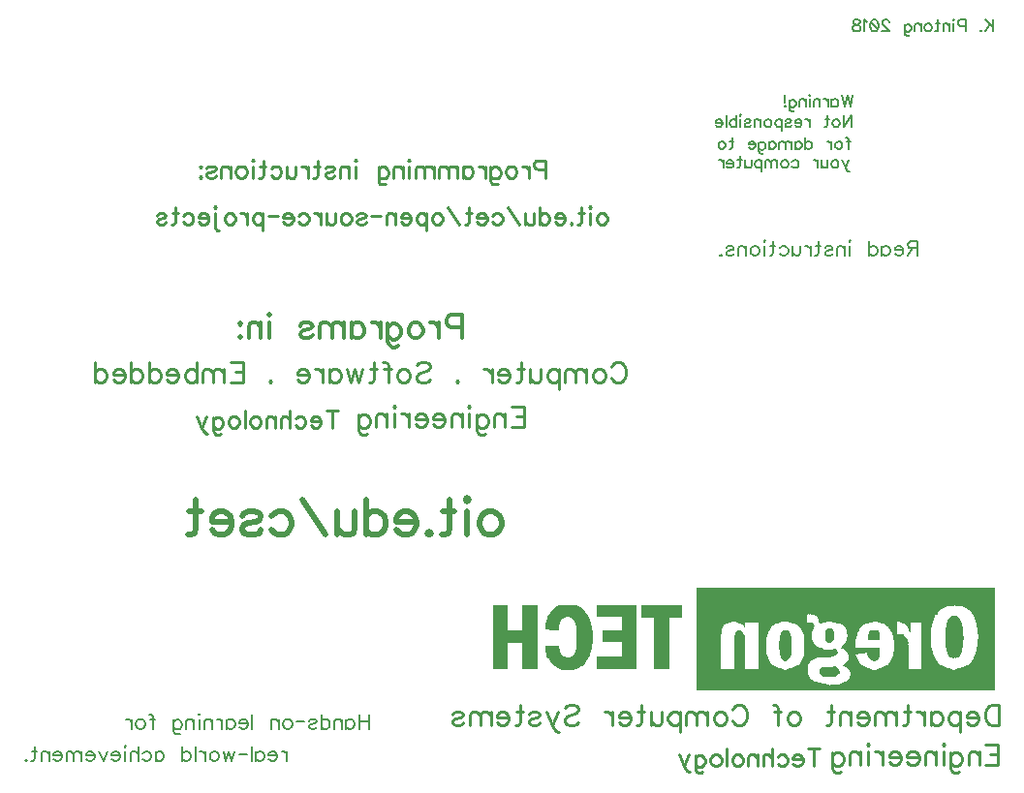
<source format=gbr>
G04 DipTrace 3.0.0.2*
G04 BottomSilk.gbr*
%MOMM*%
G04 #@! TF.FileFunction,Legend,Bot*
G04 #@! TF.Part,Single*
%ADD12C,0.076*%
%ADD86C,0.15686*%
%ADD87C,0.31373*%
%ADD88C,0.23529*%
%ADD89C,0.27451*%
%ADD91C,0.19608*%
%ADD92C,0.47059*%
%FSLAX35Y35*%
G04*
G71*
G90*
G75*
G01*
G04 BotSilk*
%LPD*%
X7259350Y2968050D2*
D12*
X9858550D1*
X7259350Y2960450D2*
X9858550D1*
X7259350Y2952850D2*
X9858550D1*
X7259350Y2945250D2*
X9858550D1*
X7259350Y2937650D2*
X9858550D1*
X7259350Y2930050D2*
X9858550D1*
X7259350Y2922450D2*
X9858550D1*
X7259350Y2914850D2*
X9858550D1*
X7259350Y2907250D2*
X9858550D1*
X7259350Y2899650D2*
X9858550D1*
X7259350Y2892050D2*
X9858550D1*
X7259350Y2884450D2*
X9858550D1*
X7259350Y2876850D2*
X9858550D1*
X7259350Y2869250D2*
X9858550D1*
X7259350Y2861650D2*
X9858550D1*
X7259350Y2854050D2*
X9858550D1*
X7259350Y2846450D2*
X9858550D1*
X7259350Y2838850D2*
X9858550D1*
X7259350Y2831250D2*
X9858550D1*
X7259350Y2823650D2*
X9858550D1*
X6073750Y2816050D2*
X6180150D1*
X7259350D2*
X9483640D1*
X9534260D2*
X9858550D1*
X5480950Y2808450D2*
X5602550D1*
X5739350D2*
X5860950D1*
X6055101D2*
X6202337D1*
X6385350D2*
X6727350D1*
X6772950D2*
X7122550D1*
X7259350D2*
X9449780D1*
X9568120D2*
X9858550D1*
X5480950Y2800850D2*
X5602550D1*
X5739350D2*
X5860950D1*
X6038282D2*
X6221605D1*
X6385350D2*
X6727350D1*
X6772950D2*
X7122550D1*
X7259350D2*
X9424550D1*
X9593350D2*
X9858550D1*
X5480950Y2793250D2*
X5602550D1*
X5739350D2*
X5860950D1*
X6024212D2*
X6237749D1*
X6385350D2*
X6727350D1*
X6772950D2*
X7122550D1*
X7259350D2*
X9406296D1*
X9611604D2*
X9858550D1*
X5480950Y2785650D2*
X5602550D1*
X5739350D2*
X5860950D1*
X6013428D2*
X6250813D1*
X6385350D2*
X6727350D1*
X6772950D2*
X7122550D1*
X7259350D2*
X9392665D1*
X9625235D2*
X9858550D1*
X5480950Y2778050D2*
X5602550D1*
X5739350D2*
X5860950D1*
X6005012D2*
X6261109D1*
X6385350D2*
X6727350D1*
X6772950D2*
X7122550D1*
X7259350D2*
X9382061D1*
X9635869D2*
X9858550D1*
X5480950Y2770450D2*
X5602550D1*
X5739350D2*
X5860950D1*
X5997452D2*
X6269131D1*
X6385350D2*
X6727350D1*
X6772950D2*
X7122550D1*
X7259350D2*
X9373387D1*
X9644839D2*
X9858550D1*
X5480950Y2762850D2*
X5602550D1*
X5739350D2*
X5860950D1*
X5990262D2*
X6275500D1*
X6385350D2*
X6727350D1*
X6772950D2*
X7122550D1*
X7259350D2*
X9366483D1*
X9652977D2*
X9858550D1*
X5480950Y2755250D2*
X5602550D1*
X5739350D2*
X5860950D1*
X5983760D2*
X6281354D1*
X6385350D2*
X6727350D1*
X6772950D2*
X7122550D1*
X7259350D2*
X9361722D1*
X9660500D2*
X9858550D1*
X5480950Y2747650D2*
X5602550D1*
X5739350D2*
X5860950D1*
X5978297D2*
X6287418D1*
X6385350D2*
X6727350D1*
X6772950D2*
X7122550D1*
X7259350D2*
X9358900D1*
X9666945D2*
X9858550D1*
X5480950Y2740050D2*
X5602550D1*
X5739350D2*
X5860950D1*
X5973636D2*
X6293108D1*
X6385350D2*
X6727350D1*
X6772950D2*
X7122550D1*
X7259350D2*
X8226044D1*
X8239750D2*
D3*
X8268077D2*
X9341750D1*
X9671785D2*
X9858550D1*
X5480950Y2732450D2*
X5602550D1*
X5739350D2*
X5860950D1*
X5969220D2*
X6297607D1*
X6385350D2*
X6727350D1*
X6772950D2*
X7122550D1*
X7259350D2*
X8221599D1*
X8285715D2*
X9340286D1*
X9675596D2*
X9858550D1*
X5480950Y2724850D2*
X5602550D1*
X5739350D2*
X5860950D1*
X5964574D2*
X6301279D1*
X6385350D2*
X6727350D1*
X6772950D2*
X7122550D1*
X7259350D2*
X8219054D1*
X8299223D2*
X9337428D1*
X9679628D2*
X9858550D1*
X5480950Y2717250D2*
X5602550D1*
X5739350D2*
X5860950D1*
X5959888D2*
X6113852D1*
X6140048D2*
X6305257D1*
X6385350D2*
X6727350D1*
X6772950D2*
X7122550D1*
X7259350D2*
X8217819D1*
X8309258D2*
X9333609D1*
X9486150D2*
X9531750D1*
X9683963D2*
X9858550D1*
X5480950Y2709650D2*
X5602550D1*
X5739350D2*
X5860950D1*
X5956212D2*
X6096482D1*
X6157447D2*
X6309573D1*
X6605750D2*
X6727350D1*
X6772950D2*
X7122550D1*
X7259350D2*
X8217285D1*
X8316437D2*
X9330061D1*
X9476216D2*
X9541394D1*
X9687718D2*
X9858550D1*
X5480950Y2702050D2*
X5602550D1*
X5739350D2*
X5860950D1*
X5953990D2*
X6083913D1*
X6170254D2*
X6313321D1*
X6605750D2*
X6727350D1*
X6886950D2*
X7016150D1*
X7259350D2*
X8217073D1*
X8321340D2*
X9327061D1*
X9468347D2*
X9548319D1*
X9690796D2*
X9858550D1*
X5480950Y2694450D2*
X5602550D1*
X5739350D2*
X5860950D1*
X5952635D2*
X6075460D1*
X6179408D2*
X6316427D1*
X6605750D2*
X6727350D1*
X6886950D2*
X7016150D1*
X7259350D2*
X8216993D1*
X8325076D2*
X9324213D1*
X9461907D2*
X9553204D1*
X9693702D2*
X9858550D1*
X5480950Y2686850D2*
X5602550D1*
X5739350D2*
X5860950D1*
X5951189D2*
X6069529D1*
X6186221D2*
X6319570D1*
X6605750D2*
X6727350D1*
X6886950D2*
X7016150D1*
X7259350D2*
X8216965D1*
X8327857D2*
X9321779D1*
X9456414D2*
X9557717D1*
X9696383D2*
X9858550D1*
X5480950Y2679250D2*
X5602550D1*
X5739350D2*
X5860950D1*
X5949147D2*
X6065070D1*
X6191046D2*
X6322952D1*
X6605750D2*
X6727350D1*
X6886950D2*
X7016150D1*
X7259350D2*
X8216955D1*
X8329522D2*
X9320002D1*
X9452408D2*
X9562218D1*
X9698865D2*
X9858550D1*
X5480950Y2671650D2*
X5602550D1*
X5739350D2*
X5860950D1*
X5946858D2*
X6061643D1*
X6194551D2*
X6326286D1*
X6605750D2*
X6727350D1*
X6886950D2*
X7016150D1*
X7259350D2*
X7545916D1*
X7613822D2*
X7982873D1*
X8075988D2*
X8216952D1*
X8330395D2*
X8368950D1*
X8462325D2*
X8777465D1*
X8851158D2*
X9007350D1*
X9042363D2*
X9318258D1*
X9450060D2*
X9565780D1*
X9701461D2*
X9858550D1*
X5480950Y2664050D2*
X5602550D1*
X5739350D2*
X5860950D1*
X5944538D2*
X6058839D1*
X6197616D2*
X6329010D1*
X6605750D2*
X6727350D1*
X6886950D2*
X7016150D1*
X7259350D2*
X7525921D1*
X7631049D2*
X7677350D1*
X7798950D2*
X7963525D1*
X8098164D2*
X8216950D1*
X8247350D2*
X8254950D1*
X8330950D2*
X8338550D1*
X8489414D2*
X8751349D1*
X8873067D2*
X8999750D1*
X9058852D2*
X9121350D1*
X9227750D2*
X9316061D1*
X9448659D2*
X9567947D1*
X9703758D2*
X9858550D1*
X5480950Y2656450D2*
X5602550D1*
X5739350D2*
X5860950D1*
X5942004D2*
X6056114D1*
X6200354D2*
X6330683D1*
X6605750D2*
X6727350D1*
X6886950D2*
X7016150D1*
X7259350D2*
X7511099D1*
X7644830D2*
X7677350D1*
X7798950D2*
X7947046D1*
X8116190D2*
X8264854D1*
X8510137D2*
X8732448D1*
X8890154D2*
X9003258D1*
X9071543D2*
X9121350D1*
X9227750D2*
X9313703D1*
X9447197D2*
X9569279D1*
X9705226D2*
X9858550D1*
X5480950Y2648850D2*
X5602550D1*
X5739350D2*
X5860950D1*
X5939730D2*
X6053769D1*
X6202856D2*
X6331560D1*
X6605750D2*
X6727350D1*
X6886950D2*
X7016150D1*
X7259350D2*
X7500147D1*
X7655711D2*
X7677350D1*
X7798950D2*
X7933697D1*
X8131232D2*
X8272426D1*
X8525691D2*
X8718813D1*
X8903643D2*
X9005441D1*
X9081582D2*
X9121350D1*
X9227750D2*
X9311355D1*
X9445179D2*
X9570716D1*
X9706014D2*
X9858550D1*
X5480950Y2641250D2*
X5602550D1*
X5739350D2*
X5860950D1*
X5938271D2*
X6052283D1*
X6205458D2*
X6332204D1*
X6605750D2*
X6727350D1*
X6886950D2*
X7016150D1*
X7259350D2*
X7492176D1*
X7664453D2*
X7677350D1*
X7798950D2*
X7922997D1*
X8143441D2*
X8278408D1*
X8537682D2*
X8707881D1*
X8914872D2*
X9006546D1*
X9089982D2*
X9121350D1*
X9227750D2*
X9308810D1*
X9443156D2*
X9572725D1*
X9706623D2*
X9858550D1*
X5480950Y2633650D2*
X5602550D1*
X5739350D2*
X5860950D1*
X5937514D2*
X6051518D1*
X6207757D2*
X6333325D1*
X6605750D2*
X6727350D1*
X6886950D2*
X7016150D1*
X7259350D2*
X7485801D1*
X7671458D2*
X7677350D1*
X7798950D2*
X7913974D1*
X8152740D2*
X8281160D1*
X8547197D2*
X8698132D1*
X8924666D2*
X9007035D1*
X9097009D2*
X9121350D1*
X9227750D2*
X9306532D1*
X9441774D2*
X9574745D1*
X9707732D2*
X9858550D1*
X5480950Y2626050D2*
X5602550D1*
X5739350D2*
X5860950D1*
X5937173D2*
X6051174D1*
X6209225D2*
X6335204D1*
X6605750D2*
X6727350D1*
X6886950D2*
X7016150D1*
X7259350D2*
X7480364D1*
X7677350D2*
D3*
X7798950D2*
X7906056D1*
X8159757D2*
X8279587D1*
X8554531D2*
X8689567D1*
X8932926D2*
X9007234D1*
X9102652D2*
X9121350D1*
X9227750D2*
X9305071D1*
X9440793D2*
X9576096D1*
X9709606D2*
X9858550D1*
X5480950Y2618450D2*
X5602550D1*
X5739350D2*
X5860950D1*
X5937028D2*
X6051033D1*
X6209984D2*
X6337173D1*
X6605750D2*
X6727350D1*
X6886950D2*
X7016150D1*
X7259350D2*
X7476387D1*
X7798950D2*
X7899450D1*
X8165682D2*
X8276571D1*
X8560649D2*
X8682573D1*
X8939855D2*
X9007309D1*
X9107124D2*
X9121350D1*
X9227750D2*
X9304314D1*
X9439499D2*
X9576810D1*
X9711574D2*
X9858550D1*
X5480950Y2610850D2*
X5602550D1*
X5739350D2*
X5860950D1*
X5936950D2*
X6050978D1*
X6210327D2*
X6338536D1*
X6605750D2*
X6727350D1*
X6886950D2*
X7016150D1*
X7259350D2*
X7474082D1*
X7798950D2*
X7894549D1*
X8171172D2*
X8273406D1*
X8399350D2*
X8437350D1*
X8565989D2*
X8677482D1*
X8945946D2*
X9007336D1*
X9110600D2*
X9121350D1*
X9227750D2*
X9303973D1*
X9437545D2*
X9577135D1*
X9712906D2*
X9858550D1*
X5480950Y2603250D2*
X5602550D1*
X5739350D2*
X5860950D1*
X5997750D2*
X6050950D1*
X6210467D2*
X6339510D1*
X6605750D2*
X6727350D1*
X6886950D2*
X7016150D1*
X7259350D2*
X7472953D1*
X7798950D2*
X7890716D1*
X8176030D2*
X8270536D1*
X8393244D2*
X8442033D1*
X8569931D2*
X8673567D1*
X8951343D2*
X9007345D1*
X9113442D2*
X9121350D1*
X9227750D2*
X9303833D1*
X9435544D2*
X9577270D1*
X9713613D2*
X9858550D1*
X5480950Y2595650D2*
X5602550D1*
X5739350D2*
X5860950D1*
X6210520D2*
X6340802D1*
X6605750D2*
X6727350D1*
X6886950D2*
X7016150D1*
X7259350D2*
X7472432D1*
X7798950D2*
X7886676D1*
X8019350D2*
X8049750D1*
X8180152D2*
X8267482D1*
X8388799D2*
X8446100D1*
X8572224D2*
X8669494D1*
X8779350D2*
X8832550D1*
X8956518D2*
X9007348D1*
X9116248D2*
X9121350D1*
X9227750D2*
X9303780D1*
X9434200D2*
X9577321D1*
X9713966D2*
X9858550D1*
X5480950Y2588050D2*
X5860950D1*
X6210540D2*
X6342756D1*
X6438550D2*
X6727350D1*
X6886950D2*
X7016150D1*
X7259350D2*
X7471967D1*
X7624150D2*
X7631750D1*
X7798950D2*
X7882368D1*
X8010646D2*
X8056146D1*
X8183485D2*
X8264132D1*
X8386254D2*
X8449172D1*
X8573349D2*
X8665174D1*
X8779350D2*
X8838946D1*
X8961478D2*
X9007350D1*
X9118928D2*
X9121350D1*
X9227750D2*
X9303760D1*
X9433489D2*
X9577370D1*
X9714367D2*
X9858550D1*
X5480950Y2580450D2*
X5860950D1*
X6210547D2*
X6344756D1*
X6438550D2*
X6727350D1*
X6886950D2*
X7016150D1*
X7259350D2*
X7470925D1*
X7611027D2*
X7645162D1*
X7798950D2*
X7878850D1*
X8003909D2*
X8061565D1*
X8186296D2*
X8260809D1*
X8385019D2*
X8450993D1*
X8573869D2*
X8661652D1*
X8764150D2*
X8844365D1*
X8965523D2*
X9007350D1*
X9121350D2*
D3*
X9227750D2*
X9303753D1*
X9433164D2*
X9577644D1*
X9715387D2*
X9858550D1*
X5480950Y2572850D2*
X5860950D1*
X6210549D2*
X6346100D1*
X6438550D2*
X6727350D1*
X6886950D2*
X7016150D1*
X7259350D2*
X7469078D1*
X7600693D2*
X7654976D1*
X7798950D2*
X7876472D1*
X7999656D2*
X8065961D1*
X8189283D2*
X8258088D1*
X8384485D2*
X8451898D1*
X8574355D2*
X8659273D1*
X8763861D2*
X8848732D1*
X8968723D2*
X9007350D1*
X9227750D2*
X9303751D1*
X9433030D2*
X9578614D1*
X9717226D2*
X9858550D1*
X5480950Y2565250D2*
X5860950D1*
X6210550D2*
X6346811D1*
X6438550D2*
X6727350D1*
X6886950D2*
X7016150D1*
X7259350D2*
X7467120D1*
X7597052D2*
X7661819D1*
X7798950D2*
X7874418D1*
X7996709D2*
X8069412D1*
X8192596D2*
X8256416D1*
X8384273D2*
X8452296D1*
X8575604D2*
X8657248D1*
X8762886D2*
X8851915D1*
X8971646D2*
X9007350D1*
X9227750D2*
X9303750D1*
X9432979D2*
X9580435D1*
X9719181D2*
X9858550D1*
X5480950Y2557650D2*
X5860950D1*
X6210550D2*
X6347136D1*
X6438550D2*
X6727350D1*
X6886950D2*
X7016150D1*
X7259350D2*
X7465792D1*
X7594834D2*
X7666951D1*
X7798950D2*
X7871865D1*
X7994019D2*
X8072240D1*
X8195902D2*
X8255570D1*
X8384193D2*
X8452456D1*
X8578229D2*
X8654933D1*
X8761065D2*
X8853774D1*
X8974077D2*
X9060550D1*
X9227750D2*
X9303750D1*
X9432960D2*
X9582384D1*
X9720509D2*
X9858550D1*
X5480950Y2550050D2*
X5860950D1*
X6210550D2*
X6347270D1*
X6438550D2*
X6727350D1*
X6886950D2*
X7016150D1*
X7259350D2*
X7465086D1*
X7592800D2*
X7671027D1*
X7798950D2*
X7868760D1*
X7991720D2*
X8074977D1*
X8198616D2*
X8255193D1*
X8384165D2*
X8452517D1*
X8581750D2*
X8652529D1*
X8759116D2*
X8854692D1*
X8975597D2*
X9066950D1*
X9227750D2*
X9303750D1*
X9432953D2*
X9583710D1*
X9721214D2*
X9858550D1*
X5480950Y2542450D2*
X5860950D1*
X6210550D2*
X6347321D1*
X6438550D2*
X6727350D1*
X6886950D2*
X7016150D1*
X7259350D2*
X7464763D1*
X7589847D2*
X7674044D1*
X7798950D2*
X7865543D1*
X7990262D2*
X8077328D1*
X8200285D2*
X8255040D1*
X8384155D2*
X8452539D1*
X8578242D2*
X8650164D1*
X8757790D2*
X8855094D1*
X8976404D2*
X9073656D1*
X9227750D2*
X9303750D1*
X9432951D2*
X9584414D1*
X9721537D2*
X9858550D1*
X5480950Y2534850D2*
X5860950D1*
X6210550D2*
X6347340D1*
X6438550D2*
X6727350D1*
X6886950D2*
X7016150D1*
X7259350D2*
X7464630D1*
X7586150D2*
X7675825D1*
X7798950D2*
X7862865D1*
X7989480D2*
X8078815D1*
X8201131D2*
X8255012D1*
X8384152D2*
X8452517D1*
X8576059D2*
X8647613D1*
X8757085D2*
X8855256D1*
X8977020D2*
X9079740D1*
X9227750D2*
X9303750D1*
X9432950D2*
X9584737D1*
X9721640D2*
X9858550D1*
X5480950Y2527250D2*
X5860950D1*
X6210550D2*
X6347347D1*
X6438550D2*
X6727350D1*
X6886950D2*
X7016150D1*
X7259350D2*
X7464579D1*
X7589658D2*
X7676711D1*
X7798950D2*
X7861208D1*
X7988874D2*
X8079581D1*
X8201507D2*
X8255287D1*
X8384180D2*
X8452252D1*
X8574925D2*
X8645333D1*
X8756763D2*
X8855317D1*
X8978131D2*
X9085349D1*
X9227750D2*
X9303750D1*
X9432950D2*
X9584840D1*
X9721425D2*
X9858550D1*
X5480950Y2519650D2*
X5860950D1*
X6210550D2*
X6347349D1*
X6438550D2*
X6727350D1*
X6886950D2*
X7016150D1*
X7259350D2*
X7464560D1*
X7591841D2*
X7677101D1*
X7798950D2*
X7860367D1*
X7987767D2*
X8079925D1*
X8201660D2*
X8256516D1*
X8384477D2*
X8451225D1*
X8574138D2*
X8643871D1*
X8756625D2*
X8855339D1*
X8980006D2*
X9090495D1*
X9227750D2*
X9303750D1*
X9432950D2*
X9584625D1*
X9720475D2*
X9858550D1*
X5480950Y2512050D2*
X5860950D1*
X6210550D2*
X6347320D1*
X6438550D2*
X6727350D1*
X6886950D2*
X7016150D1*
X7259350D2*
X7464553D1*
X7592946D2*
X7677258D1*
X7798950D2*
X7859992D1*
X7985894D2*
X8080066D1*
X8201718D2*
X8259332D1*
X8385740D2*
X8448825D1*
X8572704D2*
X8643114D1*
X8756550D2*
X8855350D1*
X8981974D2*
X9094397D1*
X9227750D2*
X9303750D1*
X9432950D2*
X9583675D1*
X9718661D2*
X9858550D1*
X5480950Y2504450D2*
X5860950D1*
X6210550D2*
X6347053D1*
X6438550D2*
X6727350D1*
X6886950D2*
X7016150D1*
X7259350D2*
X7464551D1*
X7593435D2*
X7677317D1*
X7798950D2*
X7859840D1*
X7983926D2*
X8080120D1*
X8201739D2*
X8263367D1*
X8388799D2*
X8444508D1*
X8569810D2*
X8642773D1*
X8983306D2*
X9096955D1*
X9227750D2*
X9303750D1*
X9432950D2*
X9581861D1*
X9716715D2*
X9858550D1*
X5480950Y2496850D2*
X5860950D1*
X6210550D2*
X6346085D1*
X6438550D2*
X6727350D1*
X6886950D2*
X7016150D1*
X7259350D2*
X7464550D1*
X7593634D2*
X7677339D1*
X7798950D2*
X7859782D1*
X7982594D2*
X8080140D1*
X8201746D2*
X8267639D1*
X8393659D2*
X8437871D1*
X8565718D2*
X8642633D1*
X8984013D2*
X9099249D1*
X9227750D2*
X9303750D1*
X9432950D2*
X9579915D1*
X9715390D2*
X9858550D1*
X5480950Y2489250D2*
X5860950D1*
X6210550D2*
X6344264D1*
X6605750D2*
X6727350D1*
X6886950D2*
X7016150D1*
X7259350D2*
X7464550D1*
X7593709D2*
X7677346D1*
X7798950D2*
X7859761D1*
X7981887D2*
X8080147D1*
X8201749D2*
X8271816D1*
X8399350D2*
X8429750D1*
X8561139D2*
X8642580D1*
X8984337D2*
X9102352D1*
X9227750D2*
X9303750D1*
X9432980D2*
X9578590D1*
X9714685D2*
X9858550D1*
X5480950Y2481650D2*
X5602550D1*
X5739350D2*
X5860950D1*
X6210550D2*
X6342316D1*
X6605750D2*
X6727350D1*
X6886950D2*
X7016150D1*
X7259350D2*
X7464550D1*
X7593736D2*
X7677349D1*
X7798950D2*
X7859754D1*
X7981563D2*
X8080149D1*
X8201750D2*
X8276324D1*
X8555753D2*
X8642560D1*
X8984470D2*
X9106150D1*
X9227750D2*
X9303750D1*
X9433247D2*
X9577885D1*
X9714333D2*
X9858550D1*
X5480950Y2474050D2*
X5602550D1*
X5739350D2*
X5860950D1*
X6210550D2*
X6340961D1*
X6605750D2*
X6727350D1*
X6886950D2*
X7016150D1*
X7259350D2*
X7464550D1*
X7593745D2*
X7677350D1*
X7798950D2*
X7859751D1*
X7981430D2*
X8080150D1*
X8201750D2*
X8282190D1*
X8548752D2*
X8642553D1*
X8984521D2*
X9098550D1*
X9227750D2*
X9303750D1*
X9434215D2*
X9577563D1*
X9713933D2*
X9858550D1*
X5480950Y2466450D2*
X5602550D1*
X5739350D2*
X5860950D1*
X6210550D2*
X6339989D1*
X6605750D2*
X6727350D1*
X6886950D2*
X7016150D1*
X7259350D2*
X7464550D1*
X7593748D2*
X7677350D1*
X7798950D2*
X7859750D1*
X7981379D2*
X8080150D1*
X8201750D2*
X8290201D1*
X8540404D2*
X8642551D1*
X8984540D2*
X9102058D1*
X9227750D2*
X9303750D1*
X9436036D2*
X9577400D1*
X9712913D2*
X9858550D1*
X5480950Y2458850D2*
X5602550D1*
X5739350D2*
X5860950D1*
X5936950D2*
X6050950D1*
X6210550D2*
X6338698D1*
X6605750D2*
X6727350D1*
X6886950D2*
X7016150D1*
X7259350D2*
X7464550D1*
X7593750D2*
X7677350D1*
X7798950D2*
X7859750D1*
X7981360D2*
X8080150D1*
X8201750D2*
X8299959D1*
X8532362D2*
X8642550D1*
X8984547D2*
X9104241D1*
X9227750D2*
X9303780D1*
X9437984D2*
X9577082D1*
X9711074D2*
X9858550D1*
X5480950Y2451250D2*
X5602550D1*
X5739350D2*
X5860950D1*
X5936950D2*
X6050980D1*
X6210520D2*
X6336744D1*
X6605750D2*
X6727350D1*
X6886950D2*
X7016150D1*
X7259350D2*
X7464550D1*
X7593750D2*
X7677350D1*
X7798950D2*
X7859750D1*
X7981353D2*
X8080150D1*
X8201750D2*
X8311197D1*
X8526067D2*
X8642550D1*
X8984549D2*
X9105346D1*
X9227750D2*
X9304047D1*
X9439339D2*
X9576094D1*
X9709119D2*
X9858550D1*
X5480950Y2443650D2*
X5602550D1*
X5739350D2*
X5860950D1*
X5936950D2*
X6051247D1*
X6210253D2*
X6334744D1*
X6605750D2*
X6727350D1*
X6886950D2*
X7016150D1*
X7259350D2*
X7464550D1*
X7593750D2*
X7677350D1*
X7798950D2*
X7859750D1*
X7981381D2*
X8080150D1*
X8201750D2*
X8324842D1*
X8520950D2*
X8855350D1*
X8984550D2*
X9105835D1*
X9227750D2*
X9305015D1*
X9440311D2*
X9574268D1*
X9707791D2*
X9858550D1*
X5480950Y2436050D2*
X5602550D1*
X5739350D2*
X5860950D1*
X5936950D2*
X6052215D1*
X6209255D2*
X6333400D1*
X6605750D2*
X6727350D1*
X6886950D2*
X7016150D1*
X7259350D2*
X7464550D1*
X7593750D2*
X7677350D1*
X7798950D2*
X7859750D1*
X7981647D2*
X8080150D1*
X8201750D2*
X8341953D1*
X8535566D2*
X8855350D1*
X8984550D2*
X9106034D1*
X9227750D2*
X9306865D1*
X9441602D2*
X9572317D1*
X9707056D2*
X9858550D1*
X5480950Y2428450D2*
X5602550D1*
X5739350D2*
X5860950D1*
X5936980D2*
X6054036D1*
X6207167D2*
X6332659D1*
X6605750D2*
X6727350D1*
X6886950D2*
X7016150D1*
X7259350D2*
X7464550D1*
X7593750D2*
X7677350D1*
X7798950D2*
X7859750D1*
X7982616D2*
X8080150D1*
X8201750D2*
X8361350D1*
X8452550D2*
X8467750D1*
X8547532D2*
X8855350D1*
X8984520D2*
X9106109D1*
X9227750D2*
X9309081D1*
X9443556D2*
X9570991D1*
X9706466D2*
X9858550D1*
X5480950Y2420850D2*
X5602550D1*
X5739350D2*
X5860950D1*
X5937247D2*
X6056014D1*
X6204250D2*
X6332038D1*
X6605750D2*
X6727350D1*
X6886950D2*
X7016150D1*
X7259350D2*
X7464550D1*
X7593750D2*
X7677350D1*
X7798950D2*
X7859750D1*
X7984436D2*
X8080150D1*
X8201750D2*
X8475911D1*
X8557311D2*
X8855350D1*
X8984253D2*
X9106136D1*
X9227750D2*
X9311375D1*
X9445585D2*
X9570256D1*
X9705364D2*
X9858550D1*
X5480950Y2413250D2*
X5602550D1*
X5739350D2*
X5860950D1*
X5938245D2*
X6057636D1*
X6201075D2*
X6330668D1*
X6605750D2*
X6727350D1*
X6886950D2*
X7016150D1*
X7259350D2*
X7464550D1*
X7593750D2*
X7677350D1*
X7798950D2*
X7859780D1*
X7986384D2*
X8080150D1*
X8201750D2*
X8481894D1*
X8565624D2*
X8855350D1*
X8983285D2*
X9106145D1*
X9227750D2*
X9313900D1*
X9447197D2*
X9569637D1*
X9703463D2*
X9858550D1*
X5480950Y2405650D2*
X5602550D1*
X5739350D2*
X5860950D1*
X5940333D2*
X6059577D1*
X6198125D2*
X6327828D1*
X6605750D2*
X6727350D1*
X6886950D2*
X7016150D1*
X7259350D2*
X7464550D1*
X7593750D2*
X7677350D1*
X7798950D2*
X7860047D1*
X7987739D2*
X8080120D1*
X8201750D2*
X8486142D1*
X8572622D2*
X8855350D1*
X8981464D2*
X9106148D1*
X9227750D2*
X9316201D1*
X9448906D2*
X9568268D1*
X9701229D2*
X9858550D1*
X5480950Y2398050D2*
X5602550D1*
X5739350D2*
X5860950D1*
X5943250D2*
X6062747D1*
X6195211D2*
X6324040D1*
X6605750D2*
X6727350D1*
X6886950D2*
X7016150D1*
X7259350D2*
X7464550D1*
X7593750D2*
X7677350D1*
X7798950D2*
X7861045D1*
X7988711D2*
X8079853D1*
X8201720D2*
X8485874D1*
X8578256D2*
X8695750D1*
X8710950D2*
D3*
X8749239D2*
X8855350D1*
X8979516D2*
X9106150D1*
X9227750D2*
X9317927D1*
X9451318D2*
X9565398D1*
X9698928D2*
X9858550D1*
X5480950Y2390450D2*
X5602550D1*
X5739350D2*
X5860950D1*
X5946395D2*
X6067243D1*
X6191258D2*
X6320730D1*
X6605750D2*
X6727350D1*
X6886950D2*
X7016150D1*
X7259350D2*
X7464550D1*
X7593750D2*
X7677350D1*
X7798950D2*
X7863133D1*
X7990002D2*
X8078855D1*
X8201423D2*
X8481335D1*
X8582696D2*
X8642550D1*
X8750243D2*
X8855320D1*
X8978161D2*
X9106150D1*
X9227750D2*
X9319651D1*
X9454429D2*
X9561313D1*
X9696371D2*
X9858550D1*
X5480950Y2382850D2*
X5602550D1*
X5739350D2*
X5860950D1*
X5949049D2*
X6073096D1*
X6185561D2*
X6318400D1*
X6605750D2*
X6727350D1*
X6886950D2*
X7016150D1*
X7259350D2*
X7464550D1*
X7593750D2*
X7677350D1*
X7798950D2*
X7866050D1*
X7991956D2*
X8076767D1*
X8200188D2*
X8466041D1*
X8585903D2*
X8643754D1*
X8752332D2*
X8855053D1*
X8977189D2*
X9106150D1*
X9227750D2*
X9321842D1*
X9458250D2*
X9556708D1*
X9693832D2*
X9858550D1*
X5480950Y2375250D2*
X5602550D1*
X5739350D2*
X5860950D1*
X5950697D2*
X6081270D1*
X6177877D2*
X6316137D1*
X6605750D2*
X6727350D1*
X6886950D2*
X7016150D1*
X7259350D2*
X7464550D1*
X7593750D2*
X7677350D1*
X7798950D2*
X7869195D1*
X7993985D2*
X8073850D1*
X8197399D2*
X8442680D1*
X8587771D2*
X8645906D1*
X8755279D2*
X8854085D1*
X8975898D2*
X9106150D1*
X9227750D2*
X9324228D1*
X9463739D2*
X9551011D1*
X9691375D2*
X9858550D1*
X5480950Y2367650D2*
X5602550D1*
X5739350D2*
X5860950D1*
X5951536D2*
X6092077D1*
X6168174D2*
X6312862D1*
X6605750D2*
X6727350D1*
X6886950D2*
X7016150D1*
X7259350D2*
X7464550D1*
X7593750D2*
X7677350D1*
X7798950D2*
X7871878D1*
X7995626D2*
X8070645D1*
X8193630D2*
X8414550D1*
X8588691D2*
X8648842D1*
X8758752D2*
X8852205D1*
X8973914D2*
X9106150D1*
X9227750D2*
X9326842D1*
X9472691D2*
X9542606D1*
X9688532D2*
X9858550D1*
X5480950Y2360050D2*
X5602550D1*
X5739350D2*
X5860950D1*
X5951925D2*
X6104150D1*
X6157350D2*
X6308612D1*
X6385350D2*
X6727350D1*
X6886950D2*
X7016150D1*
X7259350D2*
X7464550D1*
X7593750D2*
X7677350D1*
X7798950D2*
X7873823D1*
X7997633D2*
X8067398D1*
X8190326D2*
X8312371D1*
X8589064D2*
X8652023D1*
X8762967D2*
X8849663D1*
X8971618D2*
X9106150D1*
X9227750D2*
X9330385D1*
X9485894D2*
X9530636D1*
X9685244D2*
X9858550D1*
X5480950Y2352450D2*
X5602550D1*
X5739350D2*
X5860950D1*
X5967350D2*
X6304032D1*
X6385350D2*
X6727350D1*
X6886950D2*
X7016150D1*
X7259350D2*
X7464550D1*
X7593750D2*
X7677350D1*
X7798950D2*
X7875897D1*
X8000496D2*
X8063223D1*
X8187999D2*
X8290700D1*
X8588929D2*
X8654975D1*
X8768964D2*
X8846678D1*
X8969038D2*
X9106150D1*
X9227750D2*
X9334780D1*
X9501350D2*
D3*
X9516550D2*
D3*
X9681661D2*
X9858550D1*
X5480950Y2344850D2*
X5602550D1*
X5739350D2*
X5860950D1*
X5968844D2*
X6299158D1*
X6385350D2*
X6727350D1*
X6886950D2*
X7016150D1*
X7259350D2*
X7464550D1*
X7593750D2*
X7677350D1*
X7798950D2*
X7879059D1*
X8007458D2*
X8056266D1*
X8185736D2*
X8274374D1*
X8587754D2*
X8657859D1*
X8777889D2*
X8839203D1*
X8965508D2*
X9106150D1*
X9227750D2*
X9339425D1*
X9677689D2*
X9858550D1*
X5480950Y2337250D2*
X5602550D1*
X5739350D2*
X5860950D1*
X5971999D2*
X6294086D1*
X6385350D2*
X6727350D1*
X6886950D2*
X7016150D1*
X7259350D2*
X7464550D1*
X7593750D2*
X7677350D1*
X7798950D2*
X7883040D1*
X8016567D2*
X8046157D1*
X8182462D2*
X8262241D1*
X8584928D2*
X8661515D1*
X8789438D2*
X8828985D1*
X8961118D2*
X9106150D1*
X9227750D2*
X9344356D1*
X9672966D2*
X9858550D1*
X5480950Y2329650D2*
X5602550D1*
X5739350D2*
X5860950D1*
X5977054D2*
X6289326D1*
X6385350D2*
X6727350D1*
X6886950D2*
X7016150D1*
X7259350D2*
X7464550D1*
X7593750D2*
X7677350D1*
X7798950D2*
X7886906D1*
X8026950D2*
X8034550D1*
X8178212D2*
X8252811D1*
X8580603D2*
X8665925D1*
X8802150D2*
X8817350D1*
X8956474D2*
X9106150D1*
X9227750D2*
X9349705D1*
X9667354D2*
X9858550D1*
X5480950Y2322050D2*
X5602550D1*
X5739350D2*
X5860950D1*
X5983390D2*
X6284755D1*
X6385350D2*
X6727350D1*
X6886950D2*
X7016150D1*
X7259350D2*
X7464550D1*
X7593750D2*
X7677350D1*
X7798950D2*
X7890954D1*
X8173602D2*
X8245095D1*
X8575068D2*
X8670379D1*
X8951544D2*
X9106150D1*
X9227750D2*
X9355408D1*
X9661587D2*
X9858550D1*
X5480950Y2314450D2*
X5602550D1*
X5739350D2*
X5860950D1*
X5990218D2*
X6279713D1*
X6385350D2*
X6727350D1*
X6886950D2*
X7016150D1*
X7259350D2*
X7464550D1*
X7593750D2*
X7677350D1*
X7798950D2*
X7896192D1*
X8168461D2*
X8238558D1*
X8567842D2*
X8674852D1*
X8946165D2*
X9106150D1*
X9227750D2*
X9361592D1*
X9656160D2*
X9858550D1*
X5480950Y2306850D2*
X5602550D1*
X5739350D2*
X5860950D1*
X5996934D2*
X6273672D1*
X6385350D2*
X6727350D1*
X6886950D2*
X7016150D1*
X7259350D2*
X7464550D1*
X7593750D2*
X7677350D1*
X7798950D2*
X7902782D1*
X8162391D2*
X8232948D1*
X8558644D2*
X8680082D1*
X8940195D2*
X9106150D1*
X9227750D2*
X9368120D1*
X9650367D2*
X9858550D1*
X5480950Y2299250D2*
X5602550D1*
X5739350D2*
X5860950D1*
X6003870D2*
X6266375D1*
X6385350D2*
X6727350D1*
X6886950D2*
X7016150D1*
X7259350D2*
X7464550D1*
X7593750D2*
X7677350D1*
X7798950D2*
X7910554D1*
X8155543D2*
X8228868D1*
X8547832D2*
X8686806D1*
X8933013D2*
X9106150D1*
X9227750D2*
X9375366D1*
X9642885D2*
X9858550D1*
X5480950Y2291650D2*
X5602550D1*
X5739350D2*
X5860950D1*
X6012311D2*
X6257366D1*
X6385350D2*
X6727350D1*
X6886950D2*
X7016150D1*
X7259350D2*
X7464550D1*
X7593750D2*
X7677350D1*
X7798950D2*
X7919284D1*
X8147996D2*
X8226515D1*
X8536150D2*
X8694978D1*
X8924397D2*
X9106150D1*
X9227750D2*
X9384358D1*
X9632956D2*
X9858550D1*
X5480950Y2284050D2*
X5602550D1*
X5739350D2*
X5860950D1*
X6022671D2*
X6246162D1*
X6385350D2*
X6727350D1*
X6886950D2*
X7016150D1*
X7259350D2*
X7464550D1*
X7593750D2*
X7677350D1*
X7798950D2*
X7928786D1*
X8139125D2*
X8225365D1*
X8550116D2*
X8704440D1*
X8914145D2*
X9106150D1*
X9227750D2*
X9395499D1*
X9620740D2*
X9858550D1*
X5480950Y2276450D2*
X5602550D1*
X5739350D2*
X5860950D1*
X6034391D2*
X6232611D1*
X6385350D2*
X6727350D1*
X6886950D2*
X7016150D1*
X7259350D2*
X7464550D1*
X7593750D2*
X7677350D1*
X7798950D2*
X7940389D1*
X8127047D2*
X8224866D1*
X8452550D2*
X8467750D1*
X8562868D2*
X8716611D1*
X8901092D2*
X9106150D1*
X9227750D2*
X9409562D1*
X9606154D2*
X9858550D1*
X5480950Y2268850D2*
X5602550D1*
X5739350D2*
X5860950D1*
X6047938D2*
X6216394D1*
X6385350D2*
X6727350D1*
X6886950D2*
X7016150D1*
X7259350D2*
X7464550D1*
X7593750D2*
X7677350D1*
X7798950D2*
X7957218D1*
X8108568D2*
X8224666D1*
X8353750D2*
X8478539D1*
X8573866D2*
X8734106D1*
X8883502D2*
X9106150D1*
X9227750D2*
X9428749D1*
X9586379D2*
X9858550D1*
X5480950Y2261250D2*
X5602550D1*
X5739350D2*
X5860950D1*
X6063938D2*
X6198436D1*
X6385350D2*
X6727350D1*
X6886950D2*
X7016150D1*
X7259350D2*
X7464550D1*
X7593750D2*
X7677350D1*
X7798950D2*
X7981943D1*
X8081683D2*
X8224591D1*
X8345046D2*
X8487081D1*
X8582799D2*
X8758477D1*
X8859947D2*
X9106150D1*
X9227750D2*
X9455114D1*
X9558091D2*
X9858550D1*
X6081350Y2253650D2*
X6180150D1*
X7259350D2*
X8011750D1*
X8049750D2*
X8224564D1*
X8337368D2*
X8492988D1*
X8590013D2*
X8786950D1*
X8832550D2*
X9486150D1*
X9524150D2*
X9858550D1*
X7259350Y2246050D2*
X8224555D1*
X8334110D2*
X8497226D1*
X8595940D2*
X9858550D1*
X7259350Y2238450D2*
X8224551D1*
X8332313D2*
X8501328D1*
X8600152D2*
X9858550D1*
X7259350Y2230850D2*
X8224580D1*
X8331549D2*
X8505750D1*
X8602557D2*
X9858550D1*
X7259350Y2223250D2*
X8224877D1*
X8331804D2*
X8501603D1*
X8603725D2*
X9858550D1*
X7259350Y2215650D2*
X8226112D1*
X8333065D2*
X8496882D1*
X8604201D2*
X9858550D1*
X7259350Y2208050D2*
X8228901D1*
X8339988D2*
X8489655D1*
X8604136D2*
X9858550D1*
X7259350Y2200450D2*
X8232729D1*
X8349905D2*
X8479426D1*
X8603214D2*
X9858550D1*
X7259350Y2192850D2*
X8236538D1*
X8361350D2*
X8467750D1*
X8601154D2*
X9858550D1*
X7259350Y2185250D2*
X8240564D1*
X8598186D2*
X9858550D1*
X7259350Y2177650D2*
X8245826D1*
X8594480D2*
X9858550D1*
X7259350Y2170050D2*
X8252680D1*
X8589593D2*
X9858550D1*
X7259350Y2162450D2*
X8261449D1*
X8582981D2*
X9858550D1*
X7259350Y2154850D2*
X8272296D1*
X8574596D2*
X9858550D1*
X7259350Y2147250D2*
X8285101D1*
X8564303D2*
X9858550D1*
X7259350Y2139650D2*
X8301983D1*
X8551475D2*
X9858550D1*
X7259350Y2132050D2*
X8328069D1*
X8536713D2*
X9858550D1*
X7259350Y2124450D2*
X8367224D1*
X8521295D2*
X9858550D1*
X7259350Y2116850D2*
X8414550D1*
X8429750D2*
X9858550D1*
X7259350Y2109250D2*
X9858550D1*
X7259350Y2101650D2*
X9858550D1*
X7259350Y2094050D2*
X9858550D1*
X7259350Y2086450D2*
X9858550D1*
X7259350Y2078850D2*
X9858550D1*
X7259350Y2968050D2*
Y2960450D1*
Y2952850D1*
Y2945250D1*
Y2937650D1*
Y2930050D1*
Y2922450D1*
Y2914850D1*
Y2907250D1*
Y2899650D1*
Y2892050D1*
Y2884450D1*
Y2876850D1*
Y2869250D1*
Y2861650D1*
Y2854050D1*
Y2846450D1*
Y2838850D1*
Y2831250D1*
Y2823650D1*
Y2816050D1*
Y2808450D1*
Y2800850D1*
Y2793250D1*
Y2785650D1*
Y2778050D1*
Y2770450D1*
Y2762850D1*
Y2755250D1*
Y2747650D1*
Y2740050D1*
Y2732450D1*
Y2724850D1*
Y2717250D1*
Y2709650D1*
Y2702050D1*
Y2694450D1*
Y2686850D1*
Y2679250D1*
Y2671650D1*
Y2664050D1*
Y2656450D1*
Y2648850D1*
Y2641250D1*
Y2633650D1*
Y2626050D1*
Y2618450D1*
Y2610850D1*
Y2603250D1*
Y2595650D1*
Y2588050D1*
Y2580450D1*
Y2572850D1*
Y2565250D1*
Y2557650D1*
Y2550050D1*
Y2542450D1*
Y2534850D1*
Y2527250D1*
Y2519650D1*
Y2512050D1*
Y2504450D1*
Y2496850D1*
Y2489250D1*
Y2481650D1*
Y2474050D1*
Y2466450D1*
Y2458850D1*
Y2451250D1*
Y2443650D1*
Y2436050D1*
Y2428450D1*
Y2420850D1*
Y2413250D1*
Y2405650D1*
Y2398050D1*
Y2390450D1*
Y2382850D1*
Y2375250D1*
Y2367650D1*
Y2360050D1*
Y2352450D1*
Y2344850D1*
Y2337250D1*
Y2329650D1*
Y2322050D1*
Y2314450D1*
Y2306850D1*
Y2299250D1*
Y2291650D1*
Y2284050D1*
Y2276450D1*
Y2268850D1*
Y2261250D1*
Y2253650D1*
Y2246050D1*
Y2238450D1*
Y2230850D1*
Y2223250D1*
Y2215650D1*
Y2208050D1*
Y2200450D1*
Y2192850D1*
Y2185250D1*
Y2177650D1*
Y2170050D1*
Y2162450D1*
Y2154850D1*
Y2147250D1*
Y2139650D1*
Y2132050D1*
Y2124450D1*
Y2116850D1*
Y2109250D1*
Y2101650D1*
Y2094050D1*
Y2086450D1*
Y2078850D1*
X9858550Y2968050D2*
Y2960450D1*
Y2952850D1*
Y2945250D1*
Y2937650D1*
Y2930050D1*
Y2922450D1*
Y2914850D1*
Y2907250D1*
Y2899650D1*
Y2892050D1*
Y2884450D1*
Y2876850D1*
Y2869250D1*
Y2861650D1*
Y2854050D1*
Y2846450D1*
Y2838850D1*
Y2831250D1*
Y2823650D1*
Y2816050D1*
Y2808450D1*
Y2800850D1*
Y2793250D1*
Y2785650D1*
Y2778050D1*
Y2770450D1*
Y2762850D1*
Y2755250D1*
Y2747650D1*
Y2740050D1*
Y2732450D1*
Y2724850D1*
Y2717250D1*
Y2709650D1*
Y2702050D1*
Y2694450D1*
Y2686850D1*
Y2679250D1*
Y2671650D1*
Y2664050D1*
Y2656450D1*
Y2648850D1*
Y2641250D1*
Y2633650D1*
Y2626050D1*
Y2618450D1*
Y2610850D1*
Y2603250D1*
Y2595650D1*
Y2588050D1*
Y2580450D1*
Y2572850D1*
Y2565250D1*
Y2557650D1*
Y2550050D1*
Y2542450D1*
Y2534850D1*
Y2527250D1*
Y2519650D1*
Y2512050D1*
Y2504450D1*
Y2496850D1*
Y2489250D1*
Y2481650D1*
Y2474050D1*
Y2466450D1*
Y2458850D1*
Y2451250D1*
Y2443650D1*
Y2436050D1*
Y2428450D1*
Y2420850D1*
Y2413250D1*
Y2405650D1*
Y2398050D1*
Y2390450D1*
Y2382850D1*
Y2375250D1*
Y2367650D1*
Y2360050D1*
Y2352450D1*
Y2344850D1*
Y2337250D1*
Y2329650D1*
Y2322050D1*
Y2314450D1*
Y2306850D1*
Y2299250D1*
Y2291650D1*
Y2284050D1*
Y2276450D1*
Y2268850D1*
Y2261250D1*
Y2253650D1*
Y2246050D1*
Y2238450D1*
Y2230850D1*
Y2223250D1*
Y2215650D1*
Y2208050D1*
Y2200450D1*
Y2192850D1*
Y2185250D1*
Y2177650D1*
Y2170050D1*
Y2162450D1*
Y2154850D1*
Y2147250D1*
Y2139650D1*
Y2132050D1*
Y2124450D1*
Y2116850D1*
Y2109250D1*
Y2101650D1*
Y2094050D1*
Y2086450D1*
Y2078850D1*
X6073750Y2816050D2*
X6055101Y2808450D1*
X6038282Y2800850D1*
X6024212Y2793250D1*
X6013428Y2785650D1*
X6005012Y2778050D1*
X5997452Y2770450D1*
X5990262Y2762850D1*
X5983760Y2755250D1*
X5978297Y2747650D1*
X5973636Y2740050D1*
X5969220Y2732450D1*
X5964574Y2724850D1*
X5959888Y2717250D1*
X5956212Y2709650D1*
X5953990Y2702050D1*
X5952635Y2694450D1*
X5951189Y2686850D1*
X5949147Y2679250D1*
X5946858Y2671650D1*
X5944538Y2664050D1*
X5942004Y2656450D1*
X5939730Y2648850D1*
X5938271Y2641250D1*
X5937514Y2633650D1*
X5937173Y2626050D1*
X5937028Y2618450D1*
X5936950Y2610850D1*
X5997750Y2603250D1*
X6180150Y2816050D2*
X6202337Y2808450D1*
X6221605Y2800850D1*
X6237749Y2793250D1*
X6250813Y2785650D1*
X6261109Y2778050D1*
X6269131Y2770450D1*
X6275500Y2762850D1*
X6281354Y2755250D1*
X6287418Y2747650D1*
X6293108Y2740050D1*
X6297607Y2732450D1*
X6301279Y2724850D1*
X6305257Y2717250D1*
X6309573Y2709650D1*
X6313321Y2702050D1*
X6316427Y2694450D1*
X6319570Y2686850D1*
X6322952Y2679250D1*
X6326286Y2671650D1*
X6329010Y2664050D1*
X6330683Y2656450D1*
X6331560Y2648850D1*
X6332204Y2641250D1*
X6333325Y2633650D1*
X6335204Y2626050D1*
X6337173Y2618450D1*
X6338536Y2610850D1*
X6339510Y2603250D1*
X6340802Y2595650D1*
X6342756Y2588050D1*
X6344756Y2580450D1*
X6346100Y2572850D1*
X6346811Y2565250D1*
X6347136Y2557650D1*
X6347270Y2550050D1*
X6347321Y2542450D1*
X6347340Y2534850D1*
X6347347Y2527250D1*
X6347349Y2519650D1*
X6347320Y2512050D1*
X6347053Y2504450D1*
X6346085Y2496850D1*
X6344264Y2489250D1*
X6342316Y2481650D1*
X6340961Y2474050D1*
X6339989Y2466450D1*
X6338698Y2458850D1*
X6336744Y2451250D1*
X6334744Y2443650D1*
X6333400Y2436050D1*
X6332659Y2428450D1*
X6332038Y2420850D1*
X6330668Y2413250D1*
X6327828Y2405650D1*
X6324040Y2398050D1*
X6320730Y2390450D1*
X6318400Y2382850D1*
X6316137Y2375250D1*
X6312862Y2367650D1*
X6308612Y2360050D1*
X6304032Y2352450D1*
X6299158Y2344850D1*
X6294086Y2337250D1*
X6289326Y2329650D1*
X6284755Y2322050D1*
X6279713Y2314450D1*
X6273672Y2306850D1*
X6266375Y2299250D1*
X6257366Y2291650D1*
X6246162Y2284050D1*
X6232611Y2276450D1*
X6216394Y2268850D1*
X6198436Y2261250D1*
X6180150Y2253650D1*
X9524150Y2823650D2*
X9483640Y2816050D1*
X9449780Y2808450D1*
X9424550Y2800850D1*
X9406296Y2793250D1*
X9392665Y2785650D1*
X9382061Y2778050D1*
X9373387Y2770450D1*
X9366483Y2762850D1*
X9361722Y2755250D1*
X9358900Y2747650D1*
X9356950Y2740050D1*
X9341750D1*
X9340286Y2732450D1*
X9337428Y2724850D1*
X9333609Y2717250D1*
X9330061Y2709650D1*
X9327061Y2702050D1*
X9324213Y2694450D1*
X9321779Y2686850D1*
X9320002Y2679250D1*
X9318258Y2671650D1*
X9316061Y2664050D1*
X9313703Y2656450D1*
X9311355Y2648850D1*
X9308810Y2641250D1*
X9306532Y2633650D1*
X9305071Y2626050D1*
X9304314Y2618450D1*
X9303973Y2610850D1*
X9303833Y2603250D1*
X9303780Y2595650D1*
X9303760Y2588050D1*
X9303753Y2580450D1*
X9303751Y2572850D1*
X9303750Y2565250D1*
Y2557650D1*
Y2550050D1*
Y2542450D1*
Y2534850D1*
Y2527250D1*
Y2519650D1*
Y2512050D1*
Y2504450D1*
Y2496850D1*
Y2489250D1*
Y2481650D1*
Y2474050D1*
Y2466450D1*
X9303780Y2458850D1*
X9304047Y2451250D1*
X9305015Y2443650D1*
X9306865Y2436050D1*
X9309081Y2428450D1*
X9311375Y2420850D1*
X9313900Y2413250D1*
X9316201Y2405650D1*
X9317927Y2398050D1*
X9319651Y2390450D1*
X9321842Y2382850D1*
X9324228Y2375250D1*
X9326842Y2367650D1*
X9330385Y2360050D1*
X9334780Y2352450D1*
X9339425Y2344850D1*
X9344356Y2337250D1*
X9349705Y2329650D1*
X9355408Y2322050D1*
X9361592Y2314450D1*
X9368120Y2306850D1*
X9375366Y2299250D1*
X9384358Y2291650D1*
X9395499Y2284050D1*
X9409562Y2276450D1*
X9428749Y2268850D1*
X9455114Y2261250D1*
X9486150Y2253650D1*
X9493750Y2823650D2*
X9534260Y2816050D1*
X9568120Y2808450D1*
X9593350Y2800850D1*
X9611604Y2793250D1*
X9625235Y2785650D1*
X9635869Y2778050D1*
X9644839Y2770450D1*
X9652977Y2762850D1*
X9660500Y2755250D1*
X9666945Y2747650D1*
X9671785Y2740050D1*
X9675596Y2732450D1*
X9679628Y2724850D1*
X9683963Y2717250D1*
X9687718Y2709650D1*
X9690796Y2702050D1*
X9693702Y2694450D1*
X9696383Y2686850D1*
X9698865Y2679250D1*
X9701461Y2671650D1*
X9703758Y2664050D1*
X9705226Y2656450D1*
X9706014Y2648850D1*
X9706623Y2641250D1*
X9707732Y2633650D1*
X9709606Y2626050D1*
X9711574Y2618450D1*
X9712906Y2610850D1*
X9713613Y2603250D1*
X9713966Y2595650D1*
X9714367Y2588050D1*
X9715387Y2580450D1*
X9717226Y2572850D1*
X9719181Y2565250D1*
X9720509Y2557650D1*
X9721214Y2550050D1*
X9721537Y2542450D1*
X9721640Y2534850D1*
X9721425Y2527250D1*
X9720475Y2519650D1*
X9718661Y2512050D1*
X9716715Y2504450D1*
X9715390Y2496850D1*
X9714685Y2489250D1*
X9714333Y2481650D1*
X9713933Y2474050D1*
X9712913Y2466450D1*
X9711074Y2458850D1*
X9709119Y2451250D1*
X9707791Y2443650D1*
X9707056Y2436050D1*
X9706466Y2428450D1*
X9705364Y2420850D1*
X9703463Y2413250D1*
X9701229Y2405650D1*
X9698928Y2398050D1*
X9696371Y2390450D1*
X9693832Y2382850D1*
X9691375Y2375250D1*
X9688532Y2367650D1*
X9685244Y2360050D1*
X9681661Y2352450D1*
X9677689Y2344850D1*
X9672966Y2337250D1*
X9667354Y2329650D1*
X9661587Y2322050D1*
X9656160Y2314450D1*
X9650367Y2306850D1*
X9642885Y2299250D1*
X9632956Y2291650D1*
X9620740Y2284050D1*
X9606154Y2276450D1*
X9586379Y2268850D1*
X9558091Y2261250D1*
X9524150Y2253650D1*
X5480950Y2808450D2*
Y2800850D1*
Y2793250D1*
Y2785650D1*
Y2778050D1*
Y2770450D1*
Y2762850D1*
Y2755250D1*
Y2747650D1*
Y2740050D1*
Y2732450D1*
Y2724850D1*
Y2717250D1*
Y2709650D1*
Y2702050D1*
Y2694450D1*
Y2686850D1*
Y2679250D1*
Y2671650D1*
Y2664050D1*
Y2656450D1*
Y2648850D1*
Y2641250D1*
Y2633650D1*
Y2626050D1*
Y2618450D1*
Y2610850D1*
Y2603250D1*
Y2595650D1*
Y2588050D1*
Y2580450D1*
Y2572850D1*
Y2565250D1*
Y2557650D1*
Y2550050D1*
Y2542450D1*
Y2534850D1*
Y2527250D1*
Y2519650D1*
Y2512050D1*
Y2504450D1*
Y2496850D1*
Y2489250D1*
Y2481650D1*
Y2474050D1*
Y2466450D1*
Y2458850D1*
Y2451250D1*
Y2443650D1*
Y2436050D1*
Y2428450D1*
Y2420850D1*
Y2413250D1*
Y2405650D1*
Y2398050D1*
Y2390450D1*
Y2382850D1*
Y2375250D1*
Y2367650D1*
Y2360050D1*
Y2352450D1*
Y2344850D1*
Y2337250D1*
Y2329650D1*
Y2322050D1*
Y2314450D1*
Y2306850D1*
Y2299250D1*
Y2291650D1*
Y2284050D1*
Y2276450D1*
Y2268850D1*
Y2261250D1*
X5602550Y2808450D2*
Y2800850D1*
Y2793250D1*
Y2785650D1*
Y2778050D1*
Y2770450D1*
Y2762850D1*
Y2755250D1*
Y2747650D1*
Y2740050D1*
Y2732450D1*
Y2724850D1*
Y2717250D1*
Y2709650D1*
Y2702050D1*
Y2694450D1*
Y2686850D1*
Y2679250D1*
Y2671650D1*
Y2664050D1*
Y2656450D1*
Y2648850D1*
Y2641250D1*
Y2633650D1*
Y2626050D1*
Y2618450D1*
Y2610850D1*
Y2603250D1*
Y2595650D1*
Y2588050D1*
X5739350Y2808450D2*
Y2800850D1*
Y2793250D1*
Y2785650D1*
Y2778050D1*
Y2770450D1*
Y2762850D1*
Y2755250D1*
Y2747650D1*
Y2740050D1*
Y2732450D1*
Y2724850D1*
Y2717250D1*
Y2709650D1*
Y2702050D1*
Y2694450D1*
Y2686850D1*
Y2679250D1*
Y2671650D1*
Y2664050D1*
Y2656450D1*
Y2648850D1*
Y2641250D1*
Y2633650D1*
Y2626050D1*
Y2618450D1*
Y2610850D1*
Y2603250D1*
Y2595650D1*
Y2588050D1*
X5860950Y2808450D2*
Y2800850D1*
Y2793250D1*
Y2785650D1*
Y2778050D1*
Y2770450D1*
Y2762850D1*
Y2755250D1*
Y2747650D1*
Y2740050D1*
Y2732450D1*
Y2724850D1*
Y2717250D1*
Y2709650D1*
Y2702050D1*
Y2694450D1*
Y2686850D1*
Y2679250D1*
Y2671650D1*
Y2664050D1*
Y2656450D1*
Y2648850D1*
Y2641250D1*
Y2633650D1*
Y2626050D1*
Y2618450D1*
Y2610850D1*
Y2603250D1*
Y2595650D1*
Y2588050D1*
Y2580450D1*
Y2572850D1*
Y2565250D1*
Y2557650D1*
Y2550050D1*
Y2542450D1*
Y2534850D1*
Y2527250D1*
Y2519650D1*
Y2512050D1*
Y2504450D1*
Y2496850D1*
Y2489250D1*
Y2481650D1*
Y2474050D1*
Y2466450D1*
Y2458850D1*
Y2451250D1*
Y2443650D1*
Y2436050D1*
Y2428450D1*
Y2420850D1*
Y2413250D1*
Y2405650D1*
Y2398050D1*
Y2390450D1*
Y2382850D1*
Y2375250D1*
Y2367650D1*
Y2360050D1*
Y2352450D1*
Y2344850D1*
Y2337250D1*
Y2329650D1*
Y2322050D1*
Y2314450D1*
Y2306850D1*
Y2299250D1*
Y2291650D1*
Y2284050D1*
Y2276450D1*
Y2268850D1*
Y2261250D1*
X6385350Y2808450D2*
Y2800850D1*
Y2793250D1*
Y2785650D1*
Y2778050D1*
Y2770450D1*
Y2762850D1*
Y2755250D1*
Y2747650D1*
Y2740050D1*
Y2732450D1*
Y2724850D1*
Y2717250D1*
X6727350Y2808450D2*
Y2800850D1*
Y2793250D1*
Y2785650D1*
Y2778050D1*
Y2770450D1*
Y2762850D1*
Y2755250D1*
Y2747650D1*
Y2740050D1*
Y2732450D1*
Y2724850D1*
Y2717250D1*
Y2709650D1*
Y2702050D1*
Y2694450D1*
Y2686850D1*
Y2679250D1*
Y2671650D1*
Y2664050D1*
Y2656450D1*
Y2648850D1*
Y2641250D1*
Y2633650D1*
Y2626050D1*
Y2618450D1*
Y2610850D1*
Y2603250D1*
Y2595650D1*
Y2588050D1*
Y2580450D1*
Y2572850D1*
Y2565250D1*
Y2557650D1*
Y2550050D1*
Y2542450D1*
Y2534850D1*
Y2527250D1*
Y2519650D1*
Y2512050D1*
Y2504450D1*
Y2496850D1*
Y2489250D1*
Y2481650D1*
Y2474050D1*
Y2466450D1*
Y2458850D1*
Y2451250D1*
Y2443650D1*
Y2436050D1*
Y2428450D1*
Y2420850D1*
Y2413250D1*
Y2405650D1*
Y2398050D1*
Y2390450D1*
Y2382850D1*
Y2375250D1*
Y2367650D1*
Y2360050D1*
Y2352450D1*
Y2344850D1*
Y2337250D1*
Y2329650D1*
Y2322050D1*
Y2314450D1*
Y2306850D1*
Y2299250D1*
Y2291650D1*
Y2284050D1*
Y2276450D1*
Y2268850D1*
Y2261250D1*
X6772950Y2808450D2*
Y2800850D1*
Y2793250D1*
Y2785650D1*
Y2778050D1*
Y2770450D1*
Y2762850D1*
Y2755250D1*
Y2747650D1*
Y2740050D1*
Y2732450D1*
Y2724850D1*
Y2717250D1*
Y2709650D1*
X7122550Y2808450D2*
Y2800850D1*
Y2793250D1*
Y2785650D1*
Y2778050D1*
Y2770450D1*
Y2762850D1*
Y2755250D1*
Y2747650D1*
Y2740050D1*
Y2732450D1*
Y2724850D1*
Y2717250D1*
Y2709650D1*
X8232150Y2747650D2*
X8226044Y2740050D1*
X8221599Y2732450D1*
X8219054Y2724850D1*
X8217819Y2717250D1*
X8217285Y2709650D1*
X8217073Y2702050D1*
X8216993Y2694450D1*
X8216965Y2686850D1*
X8216955Y2679250D1*
X8216952Y2671650D1*
X8216950Y2664050D1*
X8232150Y2747650D2*
X8239750Y2740050D1*
X8247350Y2747650D2*
X8268077Y2740050D1*
X8285715Y2732450D1*
X8299223Y2724850D1*
X8309258Y2717250D1*
X8316437Y2709650D1*
X8321340Y2702050D1*
X8325076Y2694450D1*
X8327857Y2686850D1*
X8329522Y2679250D1*
X8330395Y2671650D1*
X8330950Y2664050D1*
X6134550Y2724850D2*
X6113852Y2717250D1*
X6096482Y2709650D1*
X6083913Y2702050D1*
X6075460Y2694450D1*
X6069529Y2686850D1*
X6065070Y2679250D1*
X6061643Y2671650D1*
X6058839Y2664050D1*
X6056114Y2656450D1*
X6053769Y2648850D1*
X6052283Y2641250D1*
X6051518Y2633650D1*
X6051174Y2626050D1*
X6051033Y2618450D1*
X6050978Y2610850D1*
X6050950Y2603250D1*
X6119350Y2724850D2*
X6140048Y2717250D1*
X6157447Y2709650D1*
X6170254Y2702050D1*
X6179408Y2694450D1*
X6186221Y2686850D1*
X6191046Y2679250D1*
X6194551Y2671650D1*
X6197616Y2664050D1*
X6200354Y2656450D1*
X6202856Y2648850D1*
X6205458Y2641250D1*
X6207757Y2633650D1*
X6209225Y2626050D1*
X6209984Y2618450D1*
X6210327Y2610850D1*
X6210467Y2603250D1*
X6210520Y2595650D1*
X6210540Y2588050D1*
X6210547Y2580450D1*
X6210549Y2572850D1*
X6210550Y2565250D1*
Y2557650D1*
Y2550050D1*
Y2542450D1*
Y2534850D1*
Y2527250D1*
Y2519650D1*
Y2512050D1*
Y2504450D1*
Y2496850D1*
Y2489250D1*
Y2481650D1*
Y2474050D1*
Y2466450D1*
Y2458850D1*
X6210520Y2451250D1*
X6210253Y2443650D1*
X6209255Y2436050D1*
X6207167Y2428450D1*
X6204250Y2420850D1*
X6201075Y2413250D1*
X6198125Y2405650D1*
X6195211Y2398050D1*
X6191258Y2390450D1*
X6185561Y2382850D1*
X6177877Y2375250D1*
X6168174Y2367650D1*
X6157350Y2360050D1*
X9486150Y2717250D2*
X9476216Y2709650D1*
X9468347Y2702050D1*
X9461907Y2694450D1*
X9456414Y2686850D1*
X9452408Y2679250D1*
X9450060Y2671650D1*
X9448659Y2664050D1*
X9447197Y2656450D1*
X9445179Y2648850D1*
X9443156Y2641250D1*
X9441774Y2633650D1*
X9440793Y2626050D1*
X9439499Y2618450D1*
X9437545Y2610850D1*
X9435544Y2603250D1*
X9434200Y2595650D1*
X9433489Y2588050D1*
X9433164Y2580450D1*
X9433030Y2572850D1*
X9432979Y2565250D1*
X9432960Y2557650D1*
X9432953Y2550050D1*
X9432951Y2542450D1*
X9432950Y2534850D1*
Y2527250D1*
Y2519650D1*
Y2512050D1*
Y2504450D1*
Y2496850D1*
X9432980Y2489250D1*
X9433247Y2481650D1*
X9434215Y2474050D1*
X9436036Y2466450D1*
X9437984Y2458850D1*
X9439339Y2451250D1*
X9440311Y2443650D1*
X9441602Y2436050D1*
X9443556Y2428450D1*
X9445585Y2420850D1*
X9447197Y2413250D1*
X9448906Y2405650D1*
X9451318Y2398050D1*
X9454429Y2390450D1*
X9458250Y2382850D1*
X9463739Y2375250D1*
X9472691Y2367650D1*
X9485894Y2360050D1*
X9501350Y2352450D1*
X9531750Y2717250D2*
X9541394Y2709650D1*
X9548319Y2702050D1*
X9553204Y2694450D1*
X9557717Y2686850D1*
X9562218Y2679250D1*
X9565780Y2671650D1*
X9567947Y2664050D1*
X9569279Y2656450D1*
X9570716Y2648850D1*
X9572725Y2641250D1*
X9574745Y2633650D1*
X9576096Y2626050D1*
X9576810Y2618450D1*
X9577135Y2610850D1*
X9577270Y2603250D1*
X9577321Y2595650D1*
X9577370Y2588050D1*
X9577644Y2580450D1*
X9578614Y2572850D1*
X9580435Y2565250D1*
X9582384Y2557650D1*
X9583710Y2550050D1*
X9584414Y2542450D1*
X9584737Y2534850D1*
X9584840Y2527250D1*
X9584625Y2519650D1*
X9583675Y2512050D1*
X9581861Y2504450D1*
X9579915Y2496850D1*
X9578590Y2489250D1*
X9577885Y2481650D1*
X9577563Y2474050D1*
X9577400Y2466450D1*
X9577082Y2458850D1*
X9576094Y2451250D1*
X9574268Y2443650D1*
X9572317Y2436050D1*
X9570991Y2428450D1*
X9570256Y2420850D1*
X9569637Y2413250D1*
X9568268Y2405650D1*
X9565398Y2398050D1*
X9561313Y2390450D1*
X9556708Y2382850D1*
X9551011Y2375250D1*
X9542606Y2367650D1*
X9530636Y2360050D1*
X9516550Y2352450D1*
X6605750Y2717250D2*
Y2709650D1*
Y2702050D1*
Y2694450D1*
Y2686850D1*
Y2679250D1*
Y2671650D1*
Y2664050D1*
Y2656450D1*
Y2648850D1*
Y2641250D1*
Y2633650D1*
Y2626050D1*
Y2618450D1*
Y2610850D1*
Y2603250D1*
Y2595650D1*
Y2588050D1*
X6886950Y2709650D2*
Y2702050D1*
Y2694450D1*
Y2686850D1*
Y2679250D1*
Y2671650D1*
Y2664050D1*
Y2656450D1*
Y2648850D1*
Y2641250D1*
Y2633650D1*
Y2626050D1*
Y2618450D1*
Y2610850D1*
Y2603250D1*
Y2595650D1*
Y2588050D1*
Y2580450D1*
Y2572850D1*
Y2565250D1*
Y2557650D1*
Y2550050D1*
Y2542450D1*
Y2534850D1*
Y2527250D1*
Y2519650D1*
Y2512050D1*
Y2504450D1*
Y2496850D1*
Y2489250D1*
Y2481650D1*
Y2474050D1*
Y2466450D1*
Y2458850D1*
Y2451250D1*
Y2443650D1*
Y2436050D1*
Y2428450D1*
Y2420850D1*
Y2413250D1*
Y2405650D1*
Y2398050D1*
Y2390450D1*
Y2382850D1*
Y2375250D1*
Y2367650D1*
Y2360050D1*
Y2352450D1*
Y2344850D1*
Y2337250D1*
Y2329650D1*
Y2322050D1*
Y2314450D1*
Y2306850D1*
Y2299250D1*
Y2291650D1*
Y2284050D1*
Y2276450D1*
Y2268850D1*
Y2261250D1*
X7016150Y2709650D2*
Y2702050D1*
Y2694450D1*
Y2686850D1*
Y2679250D1*
Y2671650D1*
Y2664050D1*
Y2656450D1*
Y2648850D1*
Y2641250D1*
Y2633650D1*
Y2626050D1*
Y2618450D1*
Y2610850D1*
Y2603250D1*
Y2595650D1*
Y2588050D1*
Y2580450D1*
Y2572850D1*
Y2565250D1*
Y2557650D1*
Y2550050D1*
Y2542450D1*
Y2534850D1*
Y2527250D1*
Y2519650D1*
Y2512050D1*
Y2504450D1*
Y2496850D1*
Y2489250D1*
Y2481650D1*
Y2474050D1*
Y2466450D1*
Y2458850D1*
Y2451250D1*
Y2443650D1*
Y2436050D1*
Y2428450D1*
Y2420850D1*
Y2413250D1*
Y2405650D1*
Y2398050D1*
Y2390450D1*
Y2382850D1*
Y2375250D1*
Y2367650D1*
Y2360050D1*
Y2352450D1*
Y2344850D1*
Y2337250D1*
Y2329650D1*
Y2322050D1*
Y2314450D1*
Y2306850D1*
Y2299250D1*
Y2291650D1*
Y2284050D1*
Y2276450D1*
Y2268850D1*
Y2261250D1*
X7570950Y2679250D2*
X7545916Y2671650D1*
X7525921Y2664050D1*
X7511099Y2656450D1*
X7500147Y2648850D1*
X7492176Y2641250D1*
X7485801Y2633650D1*
X7480364Y2626050D1*
X7476387Y2618450D1*
X7474082Y2610850D1*
X7472953Y2603250D1*
X7472432Y2595650D1*
X7471967Y2588050D1*
X7470925Y2580450D1*
X7469078Y2572850D1*
X7467120Y2565250D1*
X7465792Y2557650D1*
X7465086Y2550050D1*
X7464763Y2542450D1*
X7464630Y2534850D1*
X7464579Y2527250D1*
X7464560Y2519650D1*
X7464553Y2512050D1*
X7464551Y2504450D1*
X7464550Y2496850D1*
Y2489250D1*
Y2481650D1*
Y2474050D1*
Y2466450D1*
Y2458850D1*
Y2451250D1*
Y2443650D1*
Y2436050D1*
Y2428450D1*
Y2420850D1*
Y2413250D1*
Y2405650D1*
Y2398050D1*
Y2390450D1*
Y2382850D1*
Y2375250D1*
Y2367650D1*
Y2360050D1*
Y2352450D1*
Y2344850D1*
Y2337250D1*
Y2329650D1*
Y2322050D1*
Y2314450D1*
Y2306850D1*
Y2299250D1*
Y2291650D1*
Y2284050D1*
Y2276450D1*
Y2268850D1*
Y2261250D1*
Y2253650D1*
X7593750Y2679250D2*
X7613822Y2671650D1*
X7631049Y2664050D1*
X7644830Y2656450D1*
X7655711Y2648850D1*
X7664453Y2641250D1*
X7671458Y2633650D1*
X7677350Y2626050D1*
X8004150Y2679250D2*
X7982873Y2671650D1*
X7963525Y2664050D1*
X7947046Y2656450D1*
X7933697Y2648850D1*
X7922997Y2641250D1*
X7913974Y2633650D1*
X7906056Y2626050D1*
X7899450Y2618450D1*
X7894549Y2610850D1*
X7890716Y2603250D1*
X7886676Y2595650D1*
X7882368Y2588050D1*
X7878850Y2580450D1*
X7876472Y2572850D1*
X7874418Y2565250D1*
X7871865Y2557650D1*
X7868760Y2550050D1*
X7865543Y2542450D1*
X7862865Y2534850D1*
X7861208Y2527250D1*
X7860367Y2519650D1*
X7859992Y2512050D1*
X7859840Y2504450D1*
X7859782Y2496850D1*
X7859761Y2489250D1*
X7859754Y2481650D1*
X7859751Y2474050D1*
X7859750Y2466450D1*
Y2458850D1*
Y2451250D1*
Y2443650D1*
Y2436050D1*
Y2428450D1*
Y2420850D1*
X7859780Y2413250D1*
X7860047Y2405650D1*
X7861045Y2398050D1*
X7863133Y2390450D1*
X7866050Y2382850D1*
X7869195Y2375250D1*
X7871878Y2367650D1*
X7873823Y2360050D1*
X7875897Y2352450D1*
X7879059Y2344850D1*
X7883040Y2337250D1*
X7886906Y2329650D1*
X7890954Y2322050D1*
X7896192Y2314450D1*
X7902782Y2306850D1*
X7910554Y2299250D1*
X7919284Y2291650D1*
X7928786Y2284050D1*
X7940389Y2276450D1*
X7957218Y2268850D1*
X7981943Y2261250D1*
X8011750Y2253650D1*
X8049750Y2679250D2*
X8075988Y2671650D1*
X8098164Y2664050D1*
X8116190Y2656450D1*
X8131232Y2648850D1*
X8143441Y2641250D1*
X8152740Y2633650D1*
X8159757Y2626050D1*
X8165682Y2618450D1*
X8171172Y2610850D1*
X8176030Y2603250D1*
X8180152Y2595650D1*
X8183485Y2588050D1*
X8186296Y2580450D1*
X8189283Y2572850D1*
X8192596Y2565250D1*
X8195902Y2557650D1*
X8198616Y2550050D1*
X8200285Y2542450D1*
X8201131Y2534850D1*
X8201507Y2527250D1*
X8201660Y2519650D1*
X8201718Y2512050D1*
X8201739Y2504450D1*
X8201746Y2496850D1*
X8201749Y2489250D1*
X8201750Y2481650D1*
Y2474050D1*
Y2466450D1*
Y2458850D1*
Y2451250D1*
Y2443650D1*
Y2436050D1*
Y2428450D1*
Y2420850D1*
Y2413250D1*
Y2405650D1*
X8201720Y2398050D1*
X8201423Y2390450D1*
X8200188Y2382850D1*
X8197399Y2375250D1*
X8193630Y2367650D1*
X8190326Y2360050D1*
X8187999Y2352450D1*
X8185736Y2344850D1*
X8182462Y2337250D1*
X8178212Y2329650D1*
X8173602Y2322050D1*
X8168461Y2314450D1*
X8162391Y2306850D1*
X8155543Y2299250D1*
X8147996Y2291650D1*
X8139125Y2284050D1*
X8127047Y2276450D1*
X8108568Y2268850D1*
X8081683Y2261250D1*
X8049750Y2253650D1*
X8399350Y2679250D2*
X8368950Y2671650D1*
X8338550Y2664050D1*
X8429750Y2679250D2*
X8462325Y2671650D1*
X8489414Y2664050D1*
X8510137Y2656450D1*
X8525691Y2648850D1*
X8537682Y2641250D1*
X8547197Y2633650D1*
X8554531Y2626050D1*
X8560649Y2618450D1*
X8565989Y2610850D1*
X8569931Y2603250D1*
X8572224Y2595650D1*
X8573349Y2588050D1*
X8573869Y2580450D1*
X8574355Y2572850D1*
X8575604Y2565250D1*
X8578229Y2557650D1*
X8581750Y2550050D1*
X8578242Y2542450D1*
X8576059Y2534850D1*
X8574925Y2527250D1*
X8574138Y2519650D1*
X8572704Y2512050D1*
X8569810Y2504450D1*
X8565718Y2496850D1*
X8561139Y2489250D1*
X8555753Y2481650D1*
X8548752Y2474050D1*
X8540404Y2466450D1*
X8532362Y2458850D1*
X8526067Y2451250D1*
X8520950Y2443650D1*
X8535566Y2436050D1*
X8547532Y2428450D1*
X8557311Y2420850D1*
X8565624Y2413250D1*
X8572622Y2405650D1*
X8578256Y2398050D1*
X8582696Y2390450D1*
X8585903Y2382850D1*
X8587771Y2375250D1*
X8588691Y2367650D1*
X8589064Y2360050D1*
X8588929Y2352450D1*
X8587754Y2344850D1*
X8584928Y2337250D1*
X8580603Y2329650D1*
X8575068Y2322050D1*
X8567842Y2314450D1*
X8558644Y2306850D1*
X8547832Y2299250D1*
X8536150Y2291650D1*
X8550116Y2284050D1*
X8562868Y2276450D1*
X8573866Y2268850D1*
X8582799Y2261250D1*
X8590013Y2253650D1*
X8595940Y2246050D1*
X8600152Y2238450D1*
X8602557Y2230850D1*
X8603725Y2223250D1*
X8604201Y2215650D1*
X8604136Y2208050D1*
X8603214Y2200450D1*
X8601154Y2192850D1*
X8598186Y2185250D1*
X8594480Y2177650D1*
X8589593Y2170050D1*
X8582981Y2162450D1*
X8574596Y2154850D1*
X8564303Y2147250D1*
X8551475Y2139650D1*
X8536713Y2132050D1*
X8521295Y2124450D1*
X8505750Y2116850D1*
X8809750Y2679250D2*
X8777465Y2671650D1*
X8751349Y2664050D1*
X8732448Y2656450D1*
X8718813Y2648850D1*
X8707881Y2641250D1*
X8698132Y2633650D1*
X8689567Y2626050D1*
X8682573Y2618450D1*
X8677482Y2610850D1*
X8673567Y2603250D1*
X8669494Y2595650D1*
X8665174Y2588050D1*
X8661652Y2580450D1*
X8659273Y2572850D1*
X8657248Y2565250D1*
X8654933Y2557650D1*
X8652529Y2550050D1*
X8650164Y2542450D1*
X8647613Y2534850D1*
X8645333Y2527250D1*
X8643871Y2519650D1*
X8643114Y2512050D1*
X8642773Y2504450D1*
X8642633Y2496850D1*
X8642580Y2489250D1*
X8642560Y2481650D1*
X8642553Y2474050D1*
X8642551Y2466450D1*
X8642550Y2458850D1*
Y2451250D1*
Y2443650D1*
X8824950Y2679250D2*
X8851158Y2671650D1*
X8873067Y2664050D1*
X8890154Y2656450D1*
X8903643Y2648850D1*
X8914872Y2641250D1*
X8924666Y2633650D1*
X8932926Y2626050D1*
X8939855Y2618450D1*
X8945946Y2610850D1*
X8951343Y2603250D1*
X8956518Y2595650D1*
X8961478Y2588050D1*
X8965523Y2580450D1*
X8968723Y2572850D1*
X8971646Y2565250D1*
X8974077Y2557650D1*
X8975597Y2550050D1*
X8976404Y2542450D1*
X8977020Y2534850D1*
X8978131Y2527250D1*
X8980006Y2519650D1*
X8981974Y2512050D1*
X8983306Y2504450D1*
X8984013Y2496850D1*
X8984337Y2489250D1*
X8984470Y2481650D1*
X8984521Y2474050D1*
X8984540Y2466450D1*
X8984547Y2458850D1*
X8984549Y2451250D1*
X8984550Y2443650D1*
Y2436050D1*
X8984520Y2428450D1*
X8984253Y2420850D1*
X8983285Y2413250D1*
X8981464Y2405650D1*
X8979516Y2398050D1*
X8978161Y2390450D1*
X8977189Y2382850D1*
X8975898Y2375250D1*
X8973914Y2367650D1*
X8971618Y2360050D1*
X8969038Y2352450D1*
X8965508Y2344850D1*
X8961118Y2337250D1*
X8956474Y2329650D1*
X8951544Y2322050D1*
X8946165Y2314450D1*
X8940195Y2306850D1*
X8933013Y2299250D1*
X8924397Y2291650D1*
X8914145Y2284050D1*
X8901092Y2276450D1*
X8883502Y2268850D1*
X8859947Y2261250D1*
X8832550Y2253650D1*
X9014950Y2679250D2*
X9007350Y2671650D1*
X8999750Y2664050D1*
X9003258Y2656450D1*
X9005441Y2648850D1*
X9006546Y2641250D1*
X9007035Y2633650D1*
X9007234Y2626050D1*
X9007309Y2618450D1*
X9007336Y2610850D1*
X9007345Y2603250D1*
X9007348Y2595650D1*
X9007350Y2588050D1*
Y2580450D1*
Y2572850D1*
Y2565250D1*
Y2557650D1*
X9060550D1*
X9066950Y2550050D1*
X9073656Y2542450D1*
X9079740Y2534850D1*
X9085349Y2527250D1*
X9090495Y2519650D1*
X9094397Y2512050D1*
X9096955Y2504450D1*
X9099249Y2496850D1*
X9102352Y2489250D1*
X9106150Y2481650D1*
X9098550Y2474050D1*
X9102058Y2466450D1*
X9104241Y2458850D1*
X9105346Y2451250D1*
X9105835Y2443650D1*
X9106034Y2436050D1*
X9106109Y2428450D1*
X9106136Y2420850D1*
X9106145Y2413250D1*
X9106148Y2405650D1*
X9106150Y2398050D1*
Y2390450D1*
Y2382850D1*
Y2375250D1*
Y2367650D1*
Y2360050D1*
Y2352450D1*
Y2344850D1*
Y2337250D1*
Y2329650D1*
Y2322050D1*
Y2314450D1*
Y2306850D1*
Y2299250D1*
Y2291650D1*
Y2284050D1*
Y2276450D1*
Y2268850D1*
Y2261250D1*
Y2253650D1*
X9022550Y2679250D2*
X9042363Y2671650D1*
X9058852Y2664050D1*
X9071543Y2656450D1*
X9081582Y2648850D1*
X9089982Y2641250D1*
X9097009Y2633650D1*
X9102652Y2626050D1*
X9107124Y2618450D1*
X9110600Y2610850D1*
X9113442Y2603250D1*
X9116248Y2595650D1*
X9118928Y2588050D1*
X9121350Y2580450D1*
X7677350Y2671650D2*
Y2664050D1*
Y2656450D1*
Y2648850D1*
Y2641250D1*
Y2633650D1*
Y2626050D1*
X7798950Y2671650D2*
Y2664050D1*
Y2656450D1*
Y2648850D1*
Y2641250D1*
Y2633650D1*
Y2626050D1*
Y2618450D1*
Y2610850D1*
Y2603250D1*
Y2595650D1*
Y2588050D1*
Y2580450D1*
Y2572850D1*
Y2565250D1*
Y2557650D1*
Y2550050D1*
Y2542450D1*
Y2534850D1*
Y2527250D1*
Y2519650D1*
Y2512050D1*
Y2504450D1*
Y2496850D1*
Y2489250D1*
Y2481650D1*
Y2474050D1*
Y2466450D1*
Y2458850D1*
Y2451250D1*
Y2443650D1*
Y2436050D1*
Y2428450D1*
Y2420850D1*
Y2413250D1*
Y2405650D1*
Y2398050D1*
Y2390450D1*
Y2382850D1*
Y2375250D1*
Y2367650D1*
Y2360050D1*
Y2352450D1*
Y2344850D1*
Y2337250D1*
Y2329650D1*
Y2322050D1*
Y2314450D1*
Y2306850D1*
Y2299250D1*
Y2291650D1*
Y2284050D1*
Y2276450D1*
Y2268850D1*
Y2261250D1*
Y2253650D1*
X8247350Y2664050D2*
X8254950D2*
X8264854Y2656450D1*
X8272426Y2648850D1*
X8278408Y2641250D1*
X8281160Y2633650D1*
X8279587Y2626050D1*
X8276571Y2618450D1*
X8273406Y2610850D1*
X8270536Y2603250D1*
X8267482Y2595650D1*
X8264132Y2588050D1*
X8260809Y2580450D1*
X8258088Y2572850D1*
X8256416Y2565250D1*
X8255570Y2557650D1*
X8255193Y2550050D1*
X8255040Y2542450D1*
X8255012Y2534850D1*
X8255287Y2527250D1*
X8256516Y2519650D1*
X8259332Y2512050D1*
X8263367Y2504450D1*
X8267639Y2496850D1*
X8271816Y2489250D1*
X8276324Y2481650D1*
X8282190Y2474050D1*
X8290201Y2466450D1*
X8299959Y2458850D1*
X8311197Y2451250D1*
X8324842Y2443650D1*
X8341953Y2436050D1*
X8361350Y2428450D1*
X9121350Y2671650D2*
Y2664050D1*
Y2656450D1*
Y2648850D1*
Y2641250D1*
Y2633650D1*
Y2626050D1*
Y2618450D1*
Y2610850D1*
Y2603250D1*
Y2595650D1*
Y2588050D1*
Y2580450D1*
X9227750Y2671650D2*
Y2664050D1*
Y2656450D1*
Y2648850D1*
Y2641250D1*
Y2633650D1*
Y2626050D1*
Y2618450D1*
Y2610850D1*
Y2603250D1*
Y2595650D1*
Y2588050D1*
Y2580450D1*
Y2572850D1*
Y2565250D1*
Y2557650D1*
Y2550050D1*
Y2542450D1*
Y2534850D1*
Y2527250D1*
Y2519650D1*
Y2512050D1*
Y2504450D1*
Y2496850D1*
Y2489250D1*
Y2481650D1*
Y2474050D1*
Y2466450D1*
Y2458850D1*
Y2451250D1*
Y2443650D1*
Y2436050D1*
Y2428450D1*
Y2420850D1*
Y2413250D1*
Y2405650D1*
Y2398050D1*
Y2390450D1*
Y2382850D1*
Y2375250D1*
Y2367650D1*
Y2360050D1*
Y2352450D1*
Y2344850D1*
Y2337250D1*
Y2329650D1*
Y2322050D1*
Y2314450D1*
Y2306850D1*
Y2299250D1*
Y2291650D1*
Y2284050D1*
Y2276450D1*
Y2268850D1*
Y2261250D1*
Y2253650D1*
X8399350Y2610850D2*
X8393244Y2603250D1*
X8388799Y2595650D1*
X8386254Y2588050D1*
X8385019Y2580450D1*
X8384485Y2572850D1*
X8384273Y2565250D1*
X8384193Y2557650D1*
X8384165Y2550050D1*
X8384155Y2542450D1*
X8384152Y2534850D1*
X8384180Y2527250D1*
X8384477Y2519650D1*
X8385740Y2512050D1*
X8388799Y2504450D1*
X8393659Y2496850D1*
X8399350Y2489250D1*
X8437350Y2610850D2*
X8442033Y2603250D1*
X8446100Y2595650D1*
X8449172Y2588050D1*
X8450993Y2580450D1*
X8451898Y2572850D1*
X8452296Y2565250D1*
X8452456Y2557650D1*
X8452517Y2550050D1*
X8452539Y2542450D1*
X8452517Y2534850D1*
X8452252Y2527250D1*
X8451225Y2519650D1*
X8448825Y2512050D1*
X8444508Y2504450D1*
X8437871Y2496850D1*
X8429750Y2489250D1*
X8019350Y2595650D2*
X8010646Y2588050D1*
X8003909Y2580450D1*
X7999656Y2572850D1*
X7996709Y2565250D1*
X7994019Y2557650D1*
X7991720Y2550050D1*
X7990262Y2542450D1*
X7989480Y2534850D1*
X7988874Y2527250D1*
X7987767Y2519650D1*
X7985894Y2512050D1*
X7983926Y2504450D1*
X7982594Y2496850D1*
X7981887Y2489250D1*
X7981563Y2481650D1*
X7981430Y2474050D1*
X7981379Y2466450D1*
X7981360Y2458850D1*
X7981353Y2451250D1*
X7981381Y2443650D1*
X7981647Y2436050D1*
X7982616Y2428450D1*
X7984436Y2420850D1*
X7986384Y2413250D1*
X7987739Y2405650D1*
X7988711Y2398050D1*
X7990002Y2390450D1*
X7991956Y2382850D1*
X7993985Y2375250D1*
X7995626Y2367650D1*
X7997633Y2360050D1*
X8000496Y2352450D1*
X8007458Y2344850D1*
X8016567Y2337250D1*
X8026950Y2329650D1*
X8049750Y2595650D2*
X8056146Y2588050D1*
X8061565Y2580450D1*
X8065961Y2572850D1*
X8069412Y2565250D1*
X8072240Y2557650D1*
X8074977Y2550050D1*
X8077328Y2542450D1*
X8078815Y2534850D1*
X8079581Y2527250D1*
X8079925Y2519650D1*
X8080066Y2512050D1*
X8080120Y2504450D1*
X8080140Y2496850D1*
X8080147Y2489250D1*
X8080149Y2481650D1*
X8080150Y2474050D1*
Y2466450D1*
Y2458850D1*
Y2451250D1*
Y2443650D1*
Y2436050D1*
Y2428450D1*
Y2420850D1*
Y2413250D1*
X8080120Y2405650D1*
X8079853Y2398050D1*
X8078855Y2390450D1*
X8076767Y2382850D1*
X8073850Y2375250D1*
X8070645Y2367650D1*
X8067398Y2360050D1*
X8063223Y2352450D1*
X8056266Y2344850D1*
X8046157Y2337250D1*
X8034550Y2329650D1*
X8779350Y2595650D2*
Y2588050D1*
Y2580450D1*
X8764150D1*
X8763861Y2572850D1*
X8762886Y2565250D1*
X8761065Y2557650D1*
X8759116Y2550050D1*
X8757790Y2542450D1*
X8757085Y2534850D1*
X8756763Y2527250D1*
X8756625Y2519650D1*
X8756550Y2512050D1*
X8832550Y2595650D2*
X8838946Y2588050D1*
X8844365Y2580450D1*
X8848732Y2572850D1*
X8851915Y2565250D1*
X8853774Y2557650D1*
X8854692Y2550050D1*
X8855094Y2542450D1*
X8855256Y2534850D1*
X8855317Y2527250D1*
X8855339Y2519650D1*
X8855350Y2512050D1*
X6438550Y2588050D2*
Y2580450D1*
Y2572850D1*
Y2565250D1*
Y2557650D1*
Y2550050D1*
Y2542450D1*
Y2534850D1*
Y2527250D1*
Y2519650D1*
Y2512050D1*
Y2504450D1*
Y2496850D1*
X7624150Y2588050D2*
X7611027Y2580450D1*
X7600693Y2572850D1*
X7597052Y2565250D1*
X7594834Y2557650D1*
X7592800Y2550050D1*
X7589847Y2542450D1*
X7586150Y2534850D1*
X7589658Y2527250D1*
X7591841Y2519650D1*
X7592946Y2512050D1*
X7593435Y2504450D1*
X7593634Y2496850D1*
X7593709Y2489250D1*
X7593736Y2481650D1*
X7593745Y2474050D1*
X7593748Y2466450D1*
X7593750Y2458850D1*
Y2451250D1*
Y2443650D1*
Y2436050D1*
Y2428450D1*
Y2420850D1*
Y2413250D1*
Y2405650D1*
Y2398050D1*
Y2390450D1*
Y2382850D1*
Y2375250D1*
Y2367650D1*
Y2360050D1*
Y2352450D1*
Y2344850D1*
Y2337250D1*
Y2329650D1*
Y2322050D1*
Y2314450D1*
Y2306850D1*
Y2299250D1*
Y2291650D1*
Y2284050D1*
Y2276450D1*
Y2268850D1*
Y2261250D1*
Y2253650D1*
X7631750Y2588050D2*
X7645162Y2580450D1*
X7654976Y2572850D1*
X7661819Y2565250D1*
X7666951Y2557650D1*
X7671027Y2550050D1*
X7674044Y2542450D1*
X7675825Y2534850D1*
X7676711Y2527250D1*
X7677101Y2519650D1*
X7677258Y2512050D1*
X7677317Y2504450D1*
X7677339Y2496850D1*
X7677346Y2489250D1*
X7677349Y2481650D1*
X7677350Y2474050D1*
Y2466450D1*
Y2458850D1*
Y2451250D1*
Y2443650D1*
Y2436050D1*
Y2428450D1*
Y2420850D1*
Y2413250D1*
Y2405650D1*
Y2398050D1*
Y2390450D1*
Y2382850D1*
Y2375250D1*
Y2367650D1*
Y2360050D1*
Y2352450D1*
Y2344850D1*
Y2337250D1*
Y2329650D1*
Y2322050D1*
Y2314450D1*
Y2306850D1*
Y2299250D1*
Y2291650D1*
Y2284050D1*
Y2276450D1*
Y2268850D1*
Y2261250D1*
Y2253650D1*
X6605750Y2496850D2*
Y2489250D1*
Y2481650D1*
Y2474050D1*
Y2466450D1*
Y2458850D1*
Y2451250D1*
Y2443650D1*
Y2436050D1*
Y2428450D1*
Y2420850D1*
Y2413250D1*
Y2405650D1*
Y2398050D1*
Y2390450D1*
Y2382850D1*
Y2375250D1*
Y2367650D1*
Y2360050D1*
X5602550Y2489250D2*
Y2481650D1*
Y2474050D1*
Y2466450D1*
Y2458850D1*
Y2451250D1*
Y2443650D1*
Y2436050D1*
Y2428450D1*
Y2420850D1*
Y2413250D1*
Y2405650D1*
Y2398050D1*
Y2390450D1*
Y2382850D1*
Y2375250D1*
Y2367650D1*
Y2360050D1*
Y2352450D1*
Y2344850D1*
Y2337250D1*
Y2329650D1*
Y2322050D1*
Y2314450D1*
Y2306850D1*
Y2299250D1*
Y2291650D1*
Y2284050D1*
Y2276450D1*
Y2268850D1*
Y2261250D1*
X5739350Y2489250D2*
Y2481650D1*
Y2474050D1*
Y2466450D1*
Y2458850D1*
Y2451250D1*
Y2443650D1*
Y2436050D1*
Y2428450D1*
Y2420850D1*
Y2413250D1*
Y2405650D1*
Y2398050D1*
Y2390450D1*
Y2382850D1*
Y2375250D1*
Y2367650D1*
Y2360050D1*
Y2352450D1*
Y2344850D1*
Y2337250D1*
Y2329650D1*
Y2322050D1*
Y2314450D1*
Y2306850D1*
Y2299250D1*
Y2291650D1*
Y2284050D1*
Y2276450D1*
Y2268850D1*
Y2261250D1*
X5936950Y2458850D2*
Y2451250D1*
Y2443650D1*
Y2436050D1*
X5936980Y2428450D1*
X5937247Y2420850D1*
X5938245Y2413250D1*
X5940333Y2405650D1*
X5943250Y2398050D1*
X5946395Y2390450D1*
X5949049Y2382850D1*
X5950697Y2375250D1*
X5951536Y2367650D1*
X5951925Y2360050D1*
X5952150Y2352450D1*
X5967350D1*
X5968844Y2344850D1*
X5971999Y2337250D1*
X5977054Y2329650D1*
X5983390Y2322050D1*
X5990218Y2314450D1*
X5996934Y2306850D1*
X6003870Y2299250D1*
X6012311Y2291650D1*
X6022671Y2284050D1*
X6034391Y2276450D1*
X6047938Y2268850D1*
X6063938Y2261250D1*
X6081350Y2253650D1*
X6050950Y2458850D2*
X6050980Y2451250D1*
X6051247Y2443650D1*
X6052215Y2436050D1*
X6054036Y2428450D1*
X6056014Y2420850D1*
X6057636Y2413250D1*
X6059577Y2405650D1*
X6062747Y2398050D1*
X6067243Y2390450D1*
X6073096Y2382850D1*
X6081270Y2375250D1*
X6092077Y2367650D1*
X6104150Y2360050D1*
X8855350Y2443650D2*
Y2436050D1*
Y2428450D1*
Y2420850D1*
Y2413250D1*
Y2405650D1*
Y2398050D1*
X8855320Y2390450D1*
X8855053Y2382850D1*
X8854085Y2375250D1*
X8852205Y2367650D1*
X8849663Y2360050D1*
X8846678Y2352450D1*
X8839203Y2344850D1*
X8828985Y2337250D1*
X8817350Y2329650D1*
X8452550Y2428450D2*
X8467750D2*
X8475911Y2420850D1*
X8481894Y2413250D1*
X8486142Y2405650D1*
X8485874Y2398050D1*
X8481335Y2390450D1*
X8466041Y2382850D1*
X8442680Y2375250D1*
X8414550Y2367650D1*
X8748950Y2405650D2*
X8695750Y2398050D1*
X8642550Y2390450D1*
X8643754Y2382850D1*
X8645906Y2375250D1*
X8648842Y2367650D1*
X8652023Y2360050D1*
X8654975Y2352450D1*
X8657859Y2344850D1*
X8661515Y2337250D1*
X8665925Y2329650D1*
X8670379Y2322050D1*
X8674852Y2314450D1*
X8680082Y2306850D1*
X8686806Y2299250D1*
X8694978Y2291650D1*
X8704440Y2284050D1*
X8716611Y2276450D1*
X8734106Y2268850D1*
X8758477Y2261250D1*
X8786950Y2253650D1*
X8703350Y2405650D2*
X8710950Y2398050D1*
X8748950Y2405650D2*
X8749239Y2398050D1*
X8750243Y2390450D1*
X8752332Y2382850D1*
X8755279Y2375250D1*
X8758752Y2367650D1*
X8762967Y2360050D1*
X8768964Y2352450D1*
X8777889Y2344850D1*
X8789438Y2337250D1*
X8802150Y2329650D1*
X6385350Y2360050D2*
Y2352450D1*
Y2344850D1*
Y2337250D1*
Y2329650D1*
Y2322050D1*
Y2314450D1*
Y2306850D1*
Y2299250D1*
Y2291650D1*
Y2284050D1*
Y2276450D1*
Y2268850D1*
Y2261250D1*
X8338550Y2367650D2*
X8312371Y2360050D1*
X8290700Y2352450D1*
X8274374Y2344850D1*
X8262241Y2337250D1*
X8252811Y2329650D1*
X8245095Y2322050D1*
X8238558Y2314450D1*
X8232948Y2306850D1*
X8228868Y2299250D1*
X8226515Y2291650D1*
X8225365Y2284050D1*
X8224866Y2276450D1*
X8224666Y2268850D1*
X8224591Y2261250D1*
X8224564Y2253650D1*
X8224555Y2246050D1*
X8224551Y2238450D1*
X8224580Y2230850D1*
X8224877Y2223250D1*
X8226112Y2215650D1*
X8228901Y2208050D1*
X8232729Y2200450D1*
X8236538Y2192850D1*
X8240564Y2185250D1*
X8245826Y2177650D1*
X8252680Y2170050D1*
X8261449Y2162450D1*
X8272296Y2154850D1*
X8285101Y2147250D1*
X8301983Y2139650D1*
X8328069Y2132050D1*
X8367224Y2124450D1*
X8414550Y2116850D1*
X8452550Y2276450D2*
Y2268850D1*
X8467750Y2276450D2*
X8478539Y2268850D1*
X8487081Y2261250D1*
X8492988Y2253650D1*
X8497226Y2246050D1*
X8501328Y2238450D1*
X8505750Y2230850D1*
X8501603Y2223250D1*
X8496882Y2215650D1*
X8489655Y2208050D1*
X8479426Y2200450D1*
X8467750Y2192850D1*
X8353750Y2268850D2*
X8345046Y2261250D1*
X8337368Y2253650D1*
X8334110Y2246050D1*
X8332313Y2238450D1*
X8331549Y2230850D1*
X8331804Y2223250D1*
X8333065Y2215650D1*
X8339988Y2208050D1*
X8349905Y2200450D1*
X8361350Y2192850D1*
X8429750Y2116850D2*
X9849609Y7931900D2*
D86*
Y7829812D1*
X9781551Y7931900D2*
X9849609Y7863841D1*
X9825351Y7888212D2*
X9781551Y7829812D1*
X9745349Y7839583D2*
X9750178Y7834641D1*
X9745349Y7829812D1*
X9740408Y7834641D1*
X9745349Y7839583D1*
X9610278Y7878441D2*
X9566478D1*
X9551990Y7883271D1*
X9547049Y7888212D1*
X9542219Y7897871D1*
Y7912471D1*
X9547049Y7922129D1*
X9551990Y7927071D1*
X9566478Y7931900D1*
X9610278D1*
Y7829812D1*
X9510847Y7931900D2*
X9506018Y7927071D1*
X9501076Y7931900D1*
X9506018Y7936841D1*
X9510847Y7931900D1*
X9506018Y7897871D2*
Y7829812D1*
X9469704Y7897871D2*
Y7829812D1*
Y7878441D2*
X9455104Y7893041D1*
X9445333Y7897871D1*
X9430845D1*
X9421074Y7893041D1*
X9416245Y7878441D1*
Y7829812D1*
X9370273Y7931900D2*
Y7849241D1*
X9365443Y7834754D1*
X9355673Y7829812D1*
X9346014D1*
X9384873Y7897871D2*
X9350843D1*
X9290383D2*
X9300041Y7893041D1*
X9309812Y7883271D1*
X9314641Y7868671D1*
Y7859012D1*
X9309812Y7844412D1*
X9300041Y7834754D1*
X9290383Y7829812D1*
X9275783D1*
X9266012Y7834754D1*
X9256354Y7844412D1*
X9251412Y7859012D1*
Y7868671D1*
X9256354Y7883271D1*
X9266012Y7893041D1*
X9275783Y7897871D1*
X9290383D1*
X9220040D2*
Y7829812D1*
Y7878441D2*
X9205440Y7893041D1*
X9195669Y7897871D1*
X9181181D1*
X9171410Y7893041D1*
X9166581Y7878441D1*
Y7829812D1*
X9076921Y7893041D2*
Y7815212D1*
X9081750Y7800725D1*
X9086579Y7795783D1*
X9096350Y7790954D1*
X9110950D1*
X9120609Y7795783D1*
X9076921Y7878441D2*
X9086579Y7888100D1*
X9096350Y7893041D1*
X9110950D1*
X9120609Y7888100D1*
X9130379Y7878441D1*
X9135209Y7863841D1*
Y7854071D1*
X9130379Y7839583D1*
X9120609Y7829812D1*
X9110950Y7824983D1*
X9096350D1*
X9086579Y7829812D1*
X9076921Y7839583D1*
X8941850Y7907529D2*
Y7912358D1*
X8937021Y7922129D1*
X8932191Y7926958D1*
X8922421Y7931788D1*
X8902991D1*
X8893333Y7926958D1*
X8888504Y7922129D1*
X8883562Y7912358D1*
Y7902700D1*
X8888504Y7892929D1*
X8898162Y7878441D1*
X8946791Y7829812D1*
X8878733D1*
X8818160Y7931788D2*
X8832760Y7926958D1*
X8842531Y7912358D1*
X8847360Y7888100D1*
Y7873500D1*
X8842531Y7849241D1*
X8832760Y7834641D1*
X8818160Y7829812D1*
X8808502D1*
X8793902Y7834641D1*
X8784243Y7849241D1*
X8779302Y7873500D1*
Y7888100D1*
X8784243Y7912358D1*
X8793902Y7926958D1*
X8808502Y7931788D1*
X8818160D1*
X8784243Y7912358D2*
X8842531Y7849241D1*
X8747929Y7912358D2*
X8738159Y7917300D1*
X8723559Y7931788D1*
Y7829812D1*
X8667927Y7931788D2*
X8682415Y7926958D1*
X8687357Y7917300D1*
Y7907529D1*
X8682415Y7897871D1*
X8672757Y7892929D1*
X8653327Y7888100D1*
X8638727Y7883271D1*
X8629069Y7873500D1*
X8624240Y7863841D1*
Y7849241D1*
X8629069Y7839583D1*
X8633898Y7834641D1*
X8648498Y7829812D1*
X8667927D1*
X8682415Y7834641D1*
X8687357Y7839583D1*
X8692186Y7849241D1*
Y7863841D1*
X8687357Y7873500D1*
X8677586Y7883271D1*
X8663098Y7888100D1*
X8643669Y7892929D1*
X8633898Y7897871D1*
X8629069Y7907529D1*
Y7917300D1*
X8633898Y7926958D1*
X8648498Y7931788D1*
X8667927D1*
X8627007Y7271230D2*
X8602637Y7169142D1*
X8578378Y7271230D1*
X8554120Y7169142D1*
X8529749Y7271230D1*
X8440089Y7237201D2*
Y7169142D1*
Y7222601D2*
X8449747Y7232371D1*
X8459518Y7237201D1*
X8474006D1*
X8483776Y7232371D1*
X8493435Y7222601D1*
X8498376Y7208001D1*
Y7198342D1*
X8493435Y7183742D1*
X8483776Y7174084D1*
X8474006Y7169142D1*
X8459518D1*
X8449747Y7174084D1*
X8440089Y7183742D1*
X8408716Y7237201D2*
Y7169142D1*
Y7208001D2*
X8403775Y7222601D1*
X8394116Y7232371D1*
X8384345Y7237201D1*
X8369745D1*
X8338373D2*
Y7169142D1*
Y7217771D2*
X8323773Y7232371D1*
X8314002Y7237201D1*
X8299514D1*
X8289744Y7232371D1*
X8284914Y7217771D1*
Y7169142D1*
X8253542Y7271230D2*
X8248713Y7266401D1*
X8243771Y7271230D1*
X8248713Y7276171D1*
X8253542Y7271230D1*
X8248713Y7237201D2*
Y7169142D1*
X8212398Y7237201D2*
Y7169142D1*
Y7217771D2*
X8197798Y7232371D1*
X8188028Y7237201D1*
X8173540D1*
X8163769Y7232371D1*
X8158940Y7217771D1*
Y7169142D1*
X8069280Y7232371D2*
Y7154542D1*
X8074109Y7140055D1*
X8078938Y7135113D1*
X8088709Y7130284D1*
X8103309D1*
X8112967Y7135113D1*
X8069280Y7217771D2*
X8078938Y7227430D1*
X8088709Y7232371D1*
X8103309D1*
X8112967Y7227430D1*
X8122738Y7217771D1*
X8127567Y7203171D1*
Y7193401D1*
X8122738Y7178913D1*
X8112967Y7169142D1*
X8103309Y7164313D1*
X8088709D1*
X8078938Y7169142D1*
X8069280Y7178913D1*
X8032966Y7271118D2*
Y7203171D1*
Y7178913D2*
X8037907Y7173971D1*
X8032966Y7169142D1*
X8028136Y7173971D1*
X8032966Y7178913D1*
X8543257Y7096183D2*
Y6994096D1*
X8611315Y7096183D1*
Y6994096D1*
X8487626Y7062154D2*
X8497284Y7057325D1*
X8507055Y7047554D1*
X8511884Y7032954D1*
Y7023296D1*
X8507055Y7008696D1*
X8497284Y6999037D1*
X8487626Y6994096D1*
X8473026D1*
X8463255Y6999037D1*
X8453597Y7008696D1*
X8448655Y7023296D1*
Y7032954D1*
X8453597Y7047554D1*
X8463255Y7057325D1*
X8473026Y7062154D1*
X8487626D1*
X8402683Y7096183D2*
Y7013525D1*
X8397853Y6999037D1*
X8388083Y6994096D1*
X8378424D1*
X8417283Y7062154D2*
X8383253D1*
X8248295D2*
Y6994096D1*
Y7032954D2*
X8243353Y7047554D1*
X8233695Y7057325D1*
X8223924Y7062154D1*
X8209324D1*
X8177951Y7032954D2*
X8119664D1*
Y7042725D1*
X8124493Y7052496D1*
X8129322Y7057325D1*
X8139093Y7062154D1*
X8153693D1*
X8163351Y7057325D1*
X8173122Y7047554D1*
X8177951Y7032954D1*
Y7023296D1*
X8173122Y7008696D1*
X8163351Y6999037D1*
X8153693Y6994096D1*
X8139093D1*
X8129322Y6999037D1*
X8119664Y7008696D1*
X8034833Y7047554D2*
X8039662Y7057325D1*
X8054262Y7062154D1*
X8068862D1*
X8083462Y7057325D1*
X8088291Y7047554D1*
X8083462Y7037896D1*
X8073691Y7032954D1*
X8049433Y7028125D1*
X8039662Y7023296D1*
X8034833Y7013525D1*
Y7008696D1*
X8039662Y6999037D1*
X8054262Y6994096D1*
X8068862D1*
X8083462Y6999037D1*
X8088291Y7008696D1*
X8003460Y7062154D2*
Y6960066D1*
Y7047554D2*
X7993689Y7057213D1*
X7984031Y7062154D1*
X7969431D1*
X7959660Y7057213D1*
X7950001Y7047554D1*
X7945060Y7032954D1*
Y7023183D1*
X7950001Y7008696D1*
X7959660Y6998925D1*
X7969431Y6994096D1*
X7984031D1*
X7993689Y6998925D1*
X8003460Y7008696D1*
X7889429Y7062154D2*
X7899087Y7057325D1*
X7908858Y7047554D1*
X7913687Y7032954D1*
Y7023296D1*
X7908858Y7008696D1*
X7899087Y6999037D1*
X7889429Y6994096D1*
X7874829D1*
X7865058Y6999037D1*
X7855400Y7008696D1*
X7850458Y7023296D1*
Y7032954D1*
X7855400Y7047554D1*
X7865058Y7057325D1*
X7874829Y7062154D1*
X7889429D1*
X7819086D2*
Y6994096D1*
Y7042725D2*
X7804486Y7057325D1*
X7794715Y7062154D1*
X7780227D1*
X7770456Y7057325D1*
X7765627Y7042725D1*
Y6994096D1*
X7680796Y7047554D2*
X7685625Y7057325D1*
X7700225Y7062154D1*
X7714825D1*
X7729425Y7057325D1*
X7734255Y7047554D1*
X7729425Y7037896D1*
X7719655Y7032954D1*
X7695396Y7028125D1*
X7685625Y7023296D1*
X7680796Y7013525D1*
Y7008696D1*
X7685625Y6999037D1*
X7700225Y6994096D1*
X7714825D1*
X7729425Y6999037D1*
X7734255Y7008696D1*
X7649424Y7096183D2*
X7644594Y7091354D1*
X7639653Y7096183D1*
X7644594Y7101125D1*
X7649424Y7096183D1*
X7644594Y7062154D2*
Y6994096D1*
X7608280Y7096183D2*
Y6994096D1*
Y7047554D2*
X7598510Y7057325D1*
X7588851Y7062154D1*
X7574251D1*
X7564593Y7057325D1*
X7554822Y7047554D1*
X7549993Y7032954D1*
Y7023296D1*
X7554822Y7008696D1*
X7564593Y6999037D1*
X7574251Y6994096D1*
X7588851D1*
X7598510Y6999037D1*
X7608280Y7008696D1*
X7518620Y7096183D2*
Y6994096D1*
X7487247Y7032954D2*
X7428960D1*
Y7042725D1*
X7433789Y7052496D1*
X7438618Y7057325D1*
X7448389Y7062154D1*
X7462989D1*
X7472647Y7057325D1*
X7482418Y7047554D1*
X7487247Y7032954D1*
Y7023296D1*
X7482418Y7008696D1*
X7472647Y6999037D1*
X7462989Y6994096D1*
X7448389D1*
X7438618Y6999037D1*
X7428960Y7008696D1*
X8564242Y6901973D2*
X8573900D1*
X8583671Y6897144D1*
X8588500Y6882544D1*
Y6799886D1*
X8603100Y6867944D2*
X8569071D1*
X8508611D2*
X8518269Y6863115D1*
X8528040Y6853344D1*
X8532869Y6838744D1*
Y6829086D1*
X8528040Y6814486D1*
X8518269Y6804827D1*
X8508611Y6799886D1*
X8494011D1*
X8484240Y6804827D1*
X8474581Y6814486D1*
X8469640Y6829086D1*
Y6838744D1*
X8474581Y6853344D1*
X8484240Y6863115D1*
X8494011Y6867944D1*
X8508611D1*
X8438267D2*
Y6799886D1*
Y6838744D2*
X8433326Y6853344D1*
X8423667Y6863115D1*
X8413897Y6867944D1*
X8399297D1*
X8210879Y6901973D2*
Y6799886D1*
Y6853344D2*
X8220538Y6863115D1*
X8230308Y6867944D1*
X8244908D1*
X8254567Y6863115D1*
X8264338Y6853344D1*
X8269167Y6838744D1*
Y6829086D1*
X8264338Y6814486D1*
X8254567Y6804827D1*
X8244908Y6799886D1*
X8230308D1*
X8220538Y6804827D1*
X8210879Y6814486D1*
X8121219Y6867944D2*
Y6799886D1*
Y6853344D2*
X8130877Y6863115D1*
X8140648Y6867944D1*
X8155136D1*
X8164907Y6863115D1*
X8174565Y6853344D1*
X8179507Y6838744D1*
Y6829086D1*
X8174565Y6814486D1*
X8164907Y6804827D1*
X8155136Y6799886D1*
X8140648D1*
X8130877Y6804827D1*
X8121219Y6814486D1*
X8089846Y6867944D2*
Y6799886D1*
Y6848515D2*
X8075246Y6863115D1*
X8065476Y6867944D1*
X8050988D1*
X8041217Y6863115D1*
X8036388Y6848515D1*
Y6799886D1*
Y6848515D2*
X8021788Y6863115D1*
X8012017Y6867944D1*
X7997529D1*
X7987759Y6863115D1*
X7982817Y6848515D1*
Y6799886D1*
X7893157Y6867944D2*
Y6799886D1*
Y6853344D2*
X7902815Y6863115D1*
X7912586Y6867944D1*
X7927074D1*
X7936845Y6863115D1*
X7946503Y6853344D1*
X7951445Y6838744D1*
Y6829086D1*
X7946503Y6814486D1*
X7936845Y6804827D1*
X7927074Y6799886D1*
X7912586D1*
X7902815Y6804827D1*
X7893157Y6814486D1*
X7803497Y6863115D2*
Y6785286D1*
X7808326Y6770798D1*
X7813155Y6765856D1*
X7822926Y6761027D1*
X7837526D1*
X7847184Y6765856D1*
X7803497Y6848515D2*
X7813155Y6858173D1*
X7822926Y6863115D1*
X7837526D1*
X7847184Y6858173D1*
X7856955Y6848515D1*
X7861784Y6833915D1*
Y6824144D1*
X7856955Y6809656D1*
X7847184Y6799886D1*
X7837526Y6795056D1*
X7822926D1*
X7813155Y6799886D1*
X7803497Y6809656D1*
X7772124Y6838744D2*
X7713836D1*
Y6848515D1*
X7718666Y6858286D1*
X7723495Y6863115D1*
X7733266Y6867944D1*
X7747866D1*
X7757524Y6863115D1*
X7767295Y6853344D1*
X7772124Y6838744D1*
Y6829086D1*
X7767295Y6814486D1*
X7757524Y6804827D1*
X7747866Y6799886D1*
X7733266D1*
X7723495Y6804827D1*
X7713836Y6814486D1*
X7569107Y6901973D2*
Y6819315D1*
X7564277Y6804827D1*
X7554507Y6799886D1*
X7544848D1*
X7583707Y6867944D2*
X7549677D1*
X7489217D2*
X7498876Y6863115D1*
X7508646Y6853344D1*
X7513476Y6838744D1*
Y6829086D1*
X7508646Y6814486D1*
X7498876Y6804827D1*
X7489217Y6799886D1*
X7474617D1*
X7464846Y6804827D1*
X7455188Y6814486D1*
X7450246Y6829086D1*
Y6838744D1*
X7455188Y6853344D1*
X7464846Y6863115D1*
X7474617Y6867944D1*
X7489217D1*
X8588998Y6705284D2*
X8559911Y6637226D1*
X8569569Y6617796D1*
X8579340Y6608026D1*
X8588998Y6603196D1*
X8593940D1*
X8530711Y6705284D2*
X8559911Y6637226D1*
X8475080Y6705284D2*
X8484738Y6700455D1*
X8494509Y6690684D1*
X8499338Y6676084D1*
Y6666426D1*
X8494509Y6651826D1*
X8484738Y6642167D1*
X8475080Y6637226D1*
X8460480D1*
X8450709Y6642167D1*
X8441050Y6651826D1*
X8436109Y6666426D1*
Y6676084D1*
X8441050Y6690684D1*
X8450709Y6700455D1*
X8460480Y6705284D1*
X8475080D1*
X8404736D2*
Y6656655D1*
X8399907Y6642167D1*
X8390136Y6637226D1*
X8375536D1*
X8365878Y6642167D1*
X8351278Y6656655D1*
Y6705284D2*
Y6637226D1*
X8319905Y6705284D2*
Y6637226D1*
Y6676084D2*
X8314964Y6690684D1*
X8305305Y6700455D1*
X8295535Y6705284D1*
X8280935D1*
X8092405Y6690684D2*
X8102176Y6700455D1*
X8111946Y6705284D1*
X8126434D1*
X8136205Y6700455D1*
X8145863Y6690684D1*
X8150805Y6676084D1*
Y6666426D1*
X8145863Y6651826D1*
X8136205Y6642167D1*
X8126434Y6637226D1*
X8111946D1*
X8102176Y6642167D1*
X8092405Y6651826D1*
X8036774Y6705284D2*
X8046432Y6700455D1*
X8056203Y6690684D1*
X8061032Y6676084D1*
Y6666426D1*
X8056203Y6651826D1*
X8046432Y6642167D1*
X8036774Y6637226D1*
X8022174D1*
X8012403Y6642167D1*
X8002745Y6651826D1*
X7997803Y6666426D1*
Y6676084D1*
X8002745Y6690684D1*
X8012403Y6700455D1*
X8022174Y6705284D1*
X8036774D1*
X7966430D2*
Y6637226D1*
Y6685855D2*
X7951830Y6700455D1*
X7942060Y6705284D1*
X7927572D1*
X7917801Y6700455D1*
X7912972Y6685855D1*
Y6637226D1*
Y6685855D2*
X7898372Y6700455D1*
X7888601Y6705284D1*
X7874114D1*
X7864343Y6700455D1*
X7859401Y6685855D1*
Y6637226D1*
X7828029Y6705284D2*
Y6603196D1*
Y6690684D2*
X7818258Y6700343D1*
X7808599Y6705284D1*
X7793999D1*
X7784229Y6700343D1*
X7774570Y6690684D1*
X7769629Y6676084D1*
Y6666313D1*
X7774570Y6651826D1*
X7784229Y6642055D1*
X7793999Y6637226D1*
X7808599D1*
X7818258Y6642055D1*
X7828029Y6651826D1*
X7738256Y6705284D2*
Y6656655D1*
X7733427Y6642167D1*
X7723656Y6637226D1*
X7709056D1*
X7699398Y6642167D1*
X7684798Y6656655D1*
Y6705284D2*
Y6637226D1*
X7638825Y6739313D2*
Y6656655D1*
X7633996Y6642167D1*
X7624225Y6637226D1*
X7614567D1*
X7653425Y6705284D2*
X7619396D1*
X7583194Y6676084D2*
X7524906D1*
Y6685855D1*
X7529736Y6695626D1*
X7534565Y6700455D1*
X7544336Y6705284D1*
X7558936D1*
X7568594Y6700455D1*
X7578365Y6690684D1*
X7583194Y6676084D1*
Y6666426D1*
X7578365Y6651826D1*
X7568594Y6642167D1*
X7558936Y6637226D1*
X7544336D1*
X7534565Y6642167D1*
X7524906Y6651826D1*
X7493534Y6705284D2*
Y6637226D1*
Y6676084D2*
X7488592Y6690684D1*
X7478934Y6700455D1*
X7469163Y6705284D1*
X7454563D1*
X9189855Y5933878D2*
D91*
X9135246D1*
X9116996Y5940055D1*
X9110819Y5946092D1*
X9104782Y5958165D1*
Y5970378D1*
X9110819Y5982451D1*
X9116996Y5988628D1*
X9135246Y5994665D1*
X9189855D1*
Y5867055D1*
X9147319Y5933878D2*
X9104782Y5867055D1*
X9065566Y5915628D2*
X8992707D1*
Y5927842D1*
X8998743Y5940055D1*
X9004780Y5946092D1*
X9016993Y5952128D1*
X9035243D1*
X9047316Y5946092D1*
X9059530Y5933878D1*
X9065566Y5915628D1*
Y5903555D1*
X9059530Y5885305D1*
X9047316Y5873232D1*
X9035243Y5867055D1*
X9016993D1*
X9004780Y5873232D1*
X8992707Y5885305D1*
X8880632Y5952128D2*
Y5867055D1*
Y5933878D2*
X8892705Y5946092D1*
X8904918Y5952128D1*
X8923028D1*
X8935241Y5946092D1*
X8947314Y5933878D1*
X8953491Y5915628D1*
Y5903555D1*
X8947314Y5885305D1*
X8935241Y5873232D1*
X8923028Y5867055D1*
X8904918D1*
X8892705Y5873232D1*
X8880632Y5885305D1*
X8768556Y5994665D2*
Y5867055D1*
Y5933878D2*
X8780629Y5946092D1*
X8792843Y5952128D1*
X8811093D1*
X8823166Y5946092D1*
X8835379Y5933878D1*
X8841416Y5915628D1*
Y5903555D1*
X8835379Y5885305D1*
X8823166Y5873232D1*
X8811093Y5867055D1*
X8792843D1*
X8780629Y5873232D1*
X8768556Y5885305D1*
X8605894Y5994665D2*
X8599858Y5988628D1*
X8593681Y5994665D1*
X8599858Y6000842D1*
X8605894Y5994665D1*
X8599858Y5952128D2*
Y5867055D1*
X8554465Y5952128D2*
Y5867055D1*
Y5927842D2*
X8536215Y5946092D1*
X8524001Y5952128D1*
X8505892D1*
X8493678Y5946092D1*
X8487642Y5927842D1*
Y5867055D1*
X8381603Y5933878D2*
X8387640Y5946092D1*
X8405890Y5952128D1*
X8424140D1*
X8442390Y5946092D1*
X8448426Y5933878D1*
X8442390Y5921805D1*
X8430176Y5915628D1*
X8399853Y5909592D1*
X8387640Y5903555D1*
X8381603Y5891342D1*
Y5885305D1*
X8387640Y5873232D1*
X8405890Y5867055D1*
X8424140D1*
X8442390Y5873232D1*
X8448426Y5885305D1*
X8324137Y5994665D2*
Y5891342D1*
X8318101Y5873232D1*
X8305887Y5867055D1*
X8293814D1*
X8342387Y5952128D2*
X8299851D1*
X8254599D2*
Y5867055D1*
Y5915628D2*
X8248422Y5933878D1*
X8236349Y5946092D1*
X8224135Y5952128D1*
X8205885D1*
X8166669D2*
Y5891342D1*
X8160633Y5873232D1*
X8148419Y5867055D1*
X8130169D1*
X8118096Y5873232D1*
X8099846Y5891342D1*
Y5952128D2*
Y5867055D1*
X7987631Y5933878D2*
X7999844Y5946092D1*
X8012058Y5952128D1*
X8030167D1*
X8042381Y5946092D1*
X8054454Y5933878D1*
X8060631Y5915628D1*
Y5903555D1*
X8054454Y5885305D1*
X8042381Y5873232D1*
X8030167Y5867055D1*
X8012058D1*
X7999844Y5873232D1*
X7987631Y5885305D1*
X7930165Y5994665D2*
Y5891342D1*
X7924129Y5873232D1*
X7911915Y5867055D1*
X7899842D1*
X7948415Y5952128D2*
X7905879D1*
X7860626Y5994665D2*
X7854590Y5988628D1*
X7848413Y5994665D1*
X7854590Y6000842D1*
X7860626Y5994665D1*
X7854590Y5952128D2*
Y5867055D1*
X7778874Y5952128D2*
X7790947Y5946092D1*
X7803161Y5933878D1*
X7809197Y5915628D1*
Y5903555D1*
X7803161Y5885305D1*
X7790947Y5873232D1*
X7778874Y5867055D1*
X7760624D1*
X7748411Y5873232D1*
X7736338Y5885305D1*
X7730161Y5903555D1*
Y5915628D1*
X7736338Y5933878D1*
X7748411Y5946092D1*
X7760624Y5952128D1*
X7778874D1*
X7690945D2*
Y5867055D1*
Y5927842D2*
X7672695Y5946092D1*
X7660481Y5952128D1*
X7642372D1*
X7630158Y5946092D1*
X7624122Y5927842D1*
Y5867055D1*
X7518083Y5933878D2*
X7524120Y5946092D1*
X7542370Y5952128D1*
X7560620D1*
X7578870Y5946092D1*
X7584906Y5933878D1*
X7578870Y5921805D1*
X7566656Y5915628D1*
X7536333Y5909592D1*
X7524120Y5903555D1*
X7518083Y5891342D1*
Y5885305D1*
X7524120Y5873232D1*
X7542370Y5867055D1*
X7560620D1*
X7578870Y5873232D1*
X7584906Y5885305D1*
X7472831Y5879269D2*
X7478867Y5873092D1*
X7472831Y5867055D1*
X7466654Y5873092D1*
X7472831Y5879269D1*
X5941762Y6622416D2*
D88*
X5876062D1*
X5854331Y6629659D1*
X5846919Y6637072D1*
X5839675Y6651559D1*
Y6673459D1*
X5846919Y6687947D1*
X5854331Y6695359D1*
X5876062Y6702603D1*
X5941762D1*
Y6549472D1*
X5792616Y6651559D2*
Y6549472D1*
Y6607759D2*
X5785204Y6629659D1*
X5770716Y6644316D1*
X5756060Y6651559D1*
X5734160D1*
X5650713D2*
X5665201Y6644316D1*
X5679857Y6629659D1*
X5687101Y6607759D1*
Y6593272D1*
X5679857Y6571372D1*
X5665201Y6556884D1*
X5650713Y6549472D1*
X5628813D1*
X5614157Y6556884D1*
X5599669Y6571372D1*
X5592257Y6593272D1*
Y6607759D1*
X5599669Y6629659D1*
X5614157Y6644316D1*
X5628813Y6651559D1*
X5650713D1*
X5457767Y6644316D2*
Y6527572D1*
X5465011Y6505840D1*
X5472254Y6498428D1*
X5486911Y6491184D1*
X5508811D1*
X5523298Y6498428D1*
X5457767Y6622416D2*
X5472254Y6636903D1*
X5486911Y6644316D1*
X5508811D1*
X5523298Y6636903D1*
X5537954Y6622416D1*
X5545198Y6600516D1*
Y6585859D1*
X5537954Y6564128D1*
X5523298Y6549472D1*
X5508811Y6542228D1*
X5486911D1*
X5472254Y6549472D1*
X5457767Y6564128D1*
X5410708Y6651559D2*
Y6549472D1*
Y6607759D2*
X5403296Y6629659D1*
X5388808Y6644316D1*
X5374152Y6651559D1*
X5352252D1*
X5217761D2*
Y6549472D1*
Y6629659D2*
X5232249Y6644316D1*
X5246905Y6651559D1*
X5268637D1*
X5283293Y6644316D1*
X5297781Y6629659D1*
X5305193Y6607759D1*
Y6593272D1*
X5297781Y6571372D1*
X5283293Y6556884D1*
X5268637Y6549472D1*
X5246905D1*
X5232249Y6556884D1*
X5217761Y6571372D1*
X5170703Y6651559D2*
Y6549472D1*
Y6622416D2*
X5148803Y6644316D1*
X5134146Y6651559D1*
X5112415D1*
X5097759Y6644316D1*
X5090515Y6622416D1*
Y6549472D1*
Y6622416D2*
X5068615Y6644316D1*
X5053959Y6651559D1*
X5032227D1*
X5017571Y6644316D1*
X5010159Y6622416D1*
Y6549472D1*
X4963100Y6651559D2*
Y6549472D1*
Y6622416D2*
X4941200Y6644316D1*
X4926544Y6651559D1*
X4904812D1*
X4890156Y6644316D1*
X4882912Y6622416D1*
Y6549472D1*
Y6622416D2*
X4861012Y6644316D1*
X4846356Y6651559D1*
X4824624D1*
X4809968Y6644316D1*
X4802556Y6622416D1*
Y6549472D1*
X4755497Y6702603D2*
X4748253Y6695359D1*
X4740841Y6702603D1*
X4748253Y6710016D1*
X4755497Y6702603D1*
X4748253Y6651559D2*
Y6549472D1*
X4693782Y6651559D2*
Y6549472D1*
Y6622416D2*
X4671882Y6644316D1*
X4657226Y6651559D1*
X4635494D1*
X4620838Y6644316D1*
X4613594Y6622416D1*
Y6549472D1*
X4479104Y6644316D2*
Y6527572D1*
X4486348Y6505840D1*
X4493592Y6498428D1*
X4508248Y6491184D1*
X4530148D1*
X4544636Y6498428D1*
X4479104Y6622416D2*
X4493592Y6636903D1*
X4508248Y6644316D1*
X4530148D1*
X4544636Y6636903D1*
X4559292Y6622416D1*
X4566536Y6600516D1*
Y6585859D1*
X4559292Y6564128D1*
X4544636Y6549472D1*
X4530148Y6542228D1*
X4508248D1*
X4493592Y6549472D1*
X4479104Y6564128D1*
X4283910Y6702603D2*
X4276666Y6695359D1*
X4269253Y6702603D1*
X4276666Y6710016D1*
X4283910Y6702603D1*
X4276666Y6651559D2*
Y6549472D1*
X4222195Y6651559D2*
Y6549472D1*
Y6622416D2*
X4200295Y6644316D1*
X4185638Y6651559D1*
X4163907D1*
X4149251Y6644316D1*
X4142007Y6622416D1*
Y6549472D1*
X4014760Y6629659D2*
X4022004Y6644316D1*
X4043904Y6651559D1*
X4065804D1*
X4087704Y6644316D1*
X4094948Y6629659D1*
X4087704Y6615172D1*
X4073048Y6607759D1*
X4036660Y6600516D1*
X4022004Y6593272D1*
X4014760Y6578616D1*
Y6571372D1*
X4022004Y6556884D1*
X4043904Y6549472D1*
X4065804D1*
X4087704Y6556884D1*
X4094948Y6571372D1*
X3945802Y6702603D2*
Y6578616D1*
X3938558Y6556884D1*
X3923902Y6549472D1*
X3909414D1*
X3967702Y6651559D2*
X3916658D1*
X3862355D2*
Y6549472D1*
Y6607759D2*
X3854943Y6629659D1*
X3840455Y6644316D1*
X3825799Y6651559D1*
X3803899D1*
X3756840D2*
Y6578616D1*
X3749596Y6556884D1*
X3734940Y6549472D1*
X3713040D1*
X3698552Y6556884D1*
X3676652Y6578616D1*
Y6651559D2*
Y6549472D1*
X3541994Y6629659D2*
X3556650Y6644316D1*
X3571306Y6651559D1*
X3593037D1*
X3607694Y6644316D1*
X3622181Y6629659D1*
X3629594Y6607759D1*
Y6593272D1*
X3622181Y6571372D1*
X3607694Y6556884D1*
X3593037Y6549472D1*
X3571306D1*
X3556650Y6556884D1*
X3541994Y6571372D1*
X3473035Y6702603D2*
Y6578616D1*
X3465791Y6556884D1*
X3451135Y6549472D1*
X3436647D1*
X3494935Y6651559D2*
X3443891D1*
X3389588Y6702603D2*
X3382344Y6695359D1*
X3374932Y6702603D1*
X3382344Y6710016D1*
X3389588Y6702603D1*
X3382344Y6651559D2*
Y6549472D1*
X3291486Y6651559D2*
X3305973Y6644316D1*
X3320629Y6629659D1*
X3327873Y6607759D1*
Y6593272D1*
X3320629Y6571372D1*
X3305973Y6556884D1*
X3291486Y6549472D1*
X3269586D1*
X3254929Y6556884D1*
X3240442Y6571372D1*
X3233029Y6593272D1*
Y6607759D1*
X3240442Y6629659D1*
X3254929Y6644316D1*
X3269586Y6651559D1*
X3291486D1*
X3185971D2*
Y6549472D1*
Y6622416D2*
X3164071Y6644316D1*
X3149414Y6651559D1*
X3127683D1*
X3113027Y6644316D1*
X3105783Y6622416D1*
Y6549472D1*
X2978536Y6629659D2*
X2985780Y6644316D1*
X3007680Y6651559D1*
X3029580D1*
X3051480Y6644316D1*
X3058724Y6629659D1*
X3051480Y6615172D1*
X3036824Y6607759D1*
X3000436Y6600516D1*
X2985780Y6593272D1*
X2978536Y6578616D1*
Y6571372D1*
X2985780Y6556884D1*
X3007680Y6549472D1*
X3029580D1*
X3051480Y6556884D1*
X3058724Y6571372D1*
X2924065Y6651559D2*
X2931478Y6644147D1*
X2924065Y6636903D1*
X2916821Y6644147D1*
X2924065Y6651559D1*
Y6564128D2*
X2931478Y6556716D1*
X2924065Y6549472D1*
X2916821Y6556716D1*
X2924065Y6564128D1*
X6443732Y6241396D2*
X6458219Y6234152D1*
X6472875Y6219496D1*
X6480119Y6197596D1*
Y6183108D1*
X6472875Y6161208D1*
X6458219Y6146721D1*
X6443732Y6139308D1*
X6421832D1*
X6407175Y6146721D1*
X6392688Y6161208D1*
X6385275Y6183108D1*
Y6197596D1*
X6392688Y6219496D1*
X6407175Y6234152D1*
X6421832Y6241396D1*
X6443732D1*
X6338217Y6292440D2*
X6330973Y6285196D1*
X6323560Y6292440D1*
X6330973Y6299852D1*
X6338217Y6292440D1*
X6330973Y6241396D2*
Y6139308D1*
X6254602Y6292440D2*
Y6168452D1*
X6247358Y6146721D1*
X6232702Y6139308D1*
X6218214D1*
X6276502Y6241396D2*
X6225458D1*
X6163911Y6153965D2*
X6171155Y6146552D1*
X6163911Y6139308D1*
X6156499Y6146552D1*
X6163911Y6153965D1*
X6109440Y6197596D2*
X6022009D1*
Y6212252D1*
X6029252Y6226908D1*
X6036496Y6234152D1*
X6051152Y6241396D1*
X6073052D1*
X6087540Y6234152D1*
X6102196Y6219496D1*
X6109440Y6197596D1*
Y6183108D1*
X6102196Y6161208D1*
X6087540Y6146721D1*
X6073052Y6139308D1*
X6051152D1*
X6036496Y6146721D1*
X6022009Y6161208D1*
X5887518Y6292440D2*
Y6139308D1*
Y6219496D2*
X5902006Y6234152D1*
X5916662Y6241396D1*
X5938562D1*
X5953050Y6234152D1*
X5967706Y6219496D1*
X5974950Y6197596D1*
Y6183108D1*
X5967706Y6161208D1*
X5953050Y6146721D1*
X5938562Y6139308D1*
X5916662D1*
X5902006Y6146721D1*
X5887518Y6161208D1*
X5840459Y6241396D2*
Y6168452D1*
X5833216Y6146721D1*
X5818559Y6139308D1*
X5796659D1*
X5782172Y6146721D1*
X5760272Y6168452D1*
Y6241396D2*
Y6139308D1*
X5713213D2*
X5611125Y6292271D1*
X5476466Y6219496D2*
X5491123Y6234152D1*
X5505779Y6241396D1*
X5527510D1*
X5542166Y6234152D1*
X5556654Y6219496D1*
X5564066Y6197596D1*
Y6183108D1*
X5556654Y6161208D1*
X5542166Y6146721D1*
X5527510Y6139308D1*
X5505779D1*
X5491123Y6146721D1*
X5476466Y6161208D1*
X5429408Y6197596D2*
X5341976D1*
Y6212252D1*
X5349220Y6226908D1*
X5356464Y6234152D1*
X5371120Y6241396D1*
X5393020D1*
X5407508Y6234152D1*
X5422164Y6219496D1*
X5429408Y6197596D1*
Y6183108D1*
X5422164Y6161208D1*
X5407508Y6146721D1*
X5393020Y6139308D1*
X5371120D1*
X5356464Y6146721D1*
X5341976Y6161208D1*
X5273017Y6292440D2*
Y6168452D1*
X5265773Y6146721D1*
X5251117Y6139308D1*
X5236629D1*
X5294917Y6241396D2*
X5243873D1*
X5189571Y6139308D2*
X5087483Y6292271D1*
X5004036Y6241396D2*
X5018524Y6234152D1*
X5033180Y6219496D1*
X5040424Y6197596D1*
Y6183108D1*
X5033180Y6161208D1*
X5018524Y6146721D1*
X5004036Y6139308D1*
X4982136D1*
X4967480Y6146721D1*
X4952993Y6161208D1*
X4945580Y6183108D1*
Y6197596D1*
X4952993Y6219496D1*
X4967480Y6234152D1*
X4982136Y6241396D1*
X5004036D1*
X4898521D2*
Y6088265D1*
Y6219496D2*
X4883865Y6233984D1*
X4869378Y6241396D1*
X4847478D1*
X4832821Y6233984D1*
X4818334Y6219496D1*
X4810921Y6197596D1*
Y6182940D1*
X4818334Y6161208D1*
X4832821Y6146552D1*
X4847478Y6139308D1*
X4869378D1*
X4883865Y6146552D1*
X4898521Y6161208D1*
X4763863Y6197596D2*
X4676431D1*
Y6212252D1*
X4683675Y6226908D1*
X4690919Y6234152D1*
X4705575Y6241396D1*
X4727475D1*
X4741963Y6234152D1*
X4756619Y6219496D1*
X4763863Y6197596D1*
Y6183108D1*
X4756619Y6161208D1*
X4741963Y6146721D1*
X4727475Y6139308D1*
X4705575D1*
X4690919Y6146721D1*
X4676431Y6161208D1*
X4629372Y6241396D2*
Y6139308D1*
Y6212252D2*
X4607472Y6234152D1*
X4592816Y6241396D1*
X4571085D1*
X4556428Y6234152D1*
X4549185Y6212252D1*
Y6139308D1*
X4502126Y6215790D2*
X4417895D1*
X4290648Y6219496D2*
X4297892Y6234152D1*
X4319792Y6241396D1*
X4341692D1*
X4363592Y6234152D1*
X4370836Y6219496D1*
X4363592Y6205008D1*
X4348936Y6197596D1*
X4312548Y6190352D1*
X4297892Y6183108D1*
X4290648Y6168452D1*
Y6161208D1*
X4297892Y6146721D1*
X4319792Y6139308D1*
X4341692D1*
X4363592Y6146721D1*
X4370836Y6161208D1*
X4207202Y6241396D2*
X4221690Y6234152D1*
X4236346Y6219496D1*
X4243590Y6197596D1*
Y6183108D1*
X4236346Y6161208D1*
X4221690Y6146721D1*
X4207202Y6139308D1*
X4185302D1*
X4170646Y6146721D1*
X4156158Y6161208D1*
X4148746Y6183108D1*
Y6197596D1*
X4156158Y6219496D1*
X4170646Y6234152D1*
X4185302Y6241396D1*
X4207202D1*
X4101687D2*
Y6168452D1*
X4094443Y6146721D1*
X4079787Y6139308D1*
X4057887D1*
X4043399Y6146721D1*
X4021499Y6168452D1*
Y6241396D2*
Y6139308D1*
X3974440Y6241396D2*
Y6139308D1*
Y6197596D2*
X3967028Y6219496D1*
X3952540Y6234152D1*
X3937884Y6241396D1*
X3915984D1*
X3781326Y6219496D2*
X3795982Y6234152D1*
X3810638Y6241396D1*
X3832369D1*
X3847026Y6234152D1*
X3861513Y6219496D1*
X3868926Y6197596D1*
Y6183108D1*
X3861513Y6161208D1*
X3847026Y6146721D1*
X3832369Y6139308D1*
X3810638D1*
X3795982Y6146721D1*
X3781326Y6161208D1*
X3734267Y6197596D2*
X3646835D1*
Y6212252D1*
X3654079Y6226908D1*
X3661323Y6234152D1*
X3675979Y6241396D1*
X3697879D1*
X3712367Y6234152D1*
X3727023Y6219496D1*
X3734267Y6197596D1*
Y6183108D1*
X3727023Y6161208D1*
X3712367Y6146721D1*
X3697879Y6139308D1*
X3675979D1*
X3661323Y6146721D1*
X3646835Y6161208D1*
X3599776Y6215790D2*
X3515546D1*
X3468487Y6241396D2*
Y6088265D1*
Y6219496D2*
X3453831Y6233984D1*
X3439343Y6241396D1*
X3417443D1*
X3402787Y6233984D1*
X3388299Y6219496D1*
X3380887Y6197596D1*
Y6182940D1*
X3388299Y6161208D1*
X3402787Y6146552D1*
X3417443Y6139308D1*
X3439343D1*
X3453831Y6146552D1*
X3468487Y6161208D1*
X3333828Y6241396D2*
Y6139308D1*
Y6197596D2*
X3326416Y6219496D1*
X3311928Y6234152D1*
X3297272Y6241396D1*
X3275372D1*
X3191925D2*
X3206413Y6234152D1*
X3221069Y6219496D1*
X3228313Y6197596D1*
Y6183108D1*
X3221069Y6161208D1*
X3206413Y6146721D1*
X3191925Y6139308D1*
X3170025D1*
X3155369Y6146721D1*
X3140881Y6161208D1*
X3133469Y6183108D1*
Y6197596D1*
X3140881Y6219496D1*
X3155369Y6234152D1*
X3170025Y6241396D1*
X3191925D1*
X3057266Y6292608D2*
X3049854Y6285365D1*
X3042610Y6292608D1*
X3049854Y6299852D1*
X3057266Y6292608D1*
X3049854Y6241565D2*
Y6117577D1*
X3057266Y6095677D1*
X3071754Y6088433D1*
X3086410D1*
X2995551Y6197596D2*
X2908120D1*
Y6212252D1*
X2915364Y6226908D1*
X2922608Y6234152D1*
X2937264Y6241396D1*
X2959164D1*
X2973651Y6234152D1*
X2988308Y6219496D1*
X2995551Y6197596D1*
Y6183108D1*
X2988308Y6161208D1*
X2973651Y6146721D1*
X2959164Y6139308D1*
X2937264D1*
X2922608Y6146721D1*
X2908120Y6161208D1*
X2773461Y6219496D2*
X2788117Y6234152D1*
X2802773Y6241396D1*
X2824505D1*
X2839161Y6234152D1*
X2853649Y6219496D1*
X2861061Y6197596D1*
Y6183108D1*
X2853649Y6161208D1*
X2839161Y6146721D1*
X2824505Y6139308D1*
X2802773D1*
X2788117Y6146721D1*
X2773461Y6161208D1*
X2704502Y6292440D2*
Y6168452D1*
X2697258Y6146721D1*
X2682602Y6139308D1*
X2668115D1*
X2726402Y6241396D2*
X2675358D1*
X2540868Y6219496D2*
X2548112Y6234152D1*
X2570012Y6241396D1*
X2591912D1*
X2613812Y6234152D1*
X2621056Y6219496D1*
X2613812Y6205008D1*
X2599156Y6197596D1*
X2562768Y6190352D1*
X2548112Y6183108D1*
X2540868Y6168452D1*
Y6161208D1*
X2548112Y6146721D1*
X2570012Y6139308D1*
X2591912D1*
X2613812Y6146721D1*
X2621056Y6161208D1*
X9897754Y1939512D2*
D89*
Y1760858D1*
X9838203D1*
X9812653Y1769506D1*
X9795554Y1786408D1*
X9787103Y1803507D1*
X9778652Y1828860D1*
Y1871509D1*
X9787103Y1897059D1*
X9795554Y1913962D1*
X9812653Y1931060D1*
X9838203Y1939512D1*
X9897754D1*
X9723750Y1828860D2*
X9621746D1*
Y1845959D1*
X9630197Y1863058D1*
X9638649Y1871509D1*
X9655747Y1879960D1*
X9681297D1*
X9698200Y1871509D1*
X9715299Y1854410D1*
X9723750Y1828860D1*
Y1811958D1*
X9715299Y1786408D1*
X9698200Y1769506D1*
X9681297Y1760858D1*
X9655747D1*
X9638649Y1769506D1*
X9621746Y1786408D1*
X9566844Y1879960D2*
Y1701307D1*
Y1854410D2*
X9549746Y1871313D1*
X9532843Y1879960D1*
X9507293D1*
X9490194Y1871313D1*
X9473292Y1854410D1*
X9464644Y1828860D1*
Y1811762D1*
X9473292Y1786408D1*
X9490194Y1769309D1*
X9507293Y1760858D1*
X9532843D1*
X9549746Y1769309D1*
X9566844Y1786408D1*
X9307739Y1879960D2*
Y1760858D1*
Y1854410D2*
X9324641Y1871509D1*
X9341740Y1879960D1*
X9367094D1*
X9384192Y1871509D1*
X9401095Y1854410D1*
X9409742Y1828860D1*
Y1811958D1*
X9401095Y1786408D1*
X9384192Y1769506D1*
X9367094Y1760858D1*
X9341740D1*
X9324641Y1769506D1*
X9307739Y1786408D1*
X9252837Y1879960D2*
Y1760858D1*
Y1828860D2*
X9244189Y1854410D1*
X9227287Y1871509D1*
X9210188Y1879960D1*
X9184638D1*
X9104186Y1939512D2*
Y1794859D1*
X9095735Y1769506D1*
X9078636Y1760858D1*
X9061734D1*
X9129736Y1879960D2*
X9070185D1*
X9006832D2*
Y1760858D1*
Y1845959D2*
X8981282Y1871509D1*
X8964183Y1879960D1*
X8938830D1*
X8921731Y1871509D1*
X8913280Y1845959D1*
Y1760858D1*
Y1845959D2*
X8887730Y1871509D1*
X8870631Y1879960D1*
X8845277D1*
X8828178Y1871509D1*
X8819531Y1845959D1*
Y1760858D1*
X8764629Y1828860D2*
X8662625D1*
Y1845959D1*
X8671076Y1863058D1*
X8679528Y1871509D1*
X8696626Y1879960D1*
X8722176D1*
X8739079Y1871509D1*
X8756178Y1854410D1*
X8764629Y1828860D1*
Y1811958D1*
X8756178Y1786408D1*
X8739079Y1769506D1*
X8722176Y1760858D1*
X8696626D1*
X8679528Y1769506D1*
X8662625Y1786408D1*
X8607723Y1879960D2*
Y1760858D1*
Y1845959D2*
X8582173Y1871509D1*
X8565075Y1879960D1*
X8539721D1*
X8522622Y1871509D1*
X8514171Y1845959D1*
Y1760858D1*
X8433719Y1939512D2*
Y1794859D1*
X8425268Y1769506D1*
X8408169Y1760858D1*
X8391267D1*
X8459269Y1879960D2*
X8399718D1*
X8121087D2*
X8137990Y1871509D1*
X8155089Y1854410D1*
X8163540Y1828860D1*
Y1811958D1*
X8155089Y1786408D1*
X8137990Y1769506D1*
X8121087Y1760858D1*
X8095537D1*
X8078439Y1769506D1*
X8061536Y1786408D1*
X8052889Y1811958D1*
Y1828860D1*
X8061536Y1854410D1*
X8078439Y1871509D1*
X8095537Y1879960D1*
X8121087D1*
X7929984Y1939512D2*
X7946887D1*
X7963986Y1931060D1*
X7972437Y1905510D1*
Y1760858D1*
X7997987Y1879960D2*
X7938436D1*
X7574704Y1897059D2*
X7583155Y1913962D1*
X7600254Y1931060D1*
X7617156Y1939512D1*
X7651157D1*
X7668256Y1931060D1*
X7685159Y1913962D1*
X7693806Y1897059D1*
X7702257Y1871509D1*
Y1828860D1*
X7693806Y1803507D1*
X7685159Y1786408D1*
X7668256Y1769506D1*
X7651157Y1760858D1*
X7617156D1*
X7600254Y1769506D1*
X7583155Y1786408D1*
X7574704Y1803507D1*
X7477350Y1879960D2*
X7494252Y1871509D1*
X7511351Y1854410D1*
X7519802Y1828860D1*
Y1811958D1*
X7511351Y1786408D1*
X7494252Y1769506D1*
X7477350Y1760858D1*
X7451800D1*
X7434701Y1769506D1*
X7417798Y1786408D1*
X7409151Y1811958D1*
Y1828860D1*
X7417798Y1854410D1*
X7434701Y1871509D1*
X7451800Y1879960D1*
X7477350D1*
X7354249D2*
Y1760858D1*
Y1845959D2*
X7328699Y1871509D1*
X7311600Y1879960D1*
X7286247D1*
X7269148Y1871509D1*
X7260697Y1845959D1*
Y1760858D1*
Y1845959D2*
X7235147Y1871509D1*
X7218048Y1879960D1*
X7192694D1*
X7175595Y1871509D1*
X7166948Y1845959D1*
Y1760858D1*
X7112046Y1879960D2*
Y1701307D1*
Y1854410D2*
X7094947Y1871313D1*
X7078045Y1879960D1*
X7052495D1*
X7035396Y1871313D1*
X7018493Y1854410D1*
X7009846Y1828860D1*
Y1811762D1*
X7018493Y1786408D1*
X7035396Y1769309D1*
X7052495Y1760858D1*
X7078045D1*
X7094947Y1769309D1*
X7112046Y1786408D1*
X6954944Y1879960D2*
Y1794859D1*
X6946493Y1769506D1*
X6929394Y1760858D1*
X6903844D1*
X6886941Y1769506D1*
X6861391Y1794859D1*
Y1879960D2*
Y1760858D1*
X6780939Y1939512D2*
Y1794859D1*
X6772488Y1769506D1*
X6755389Y1760858D1*
X6738487D1*
X6806489Y1879960D2*
X6746938D1*
X6683585Y1828860D2*
X6581582D1*
Y1845959D1*
X6590033Y1863058D1*
X6598484Y1871509D1*
X6615583Y1879960D1*
X6641133D1*
X6658035Y1871509D1*
X6675134Y1854410D1*
X6683585Y1828860D1*
Y1811958D1*
X6675134Y1786408D1*
X6658035Y1769506D1*
X6641133Y1760858D1*
X6615583D1*
X6598484Y1769506D1*
X6581582Y1786408D1*
X6526680Y1879960D2*
Y1760858D1*
Y1828860D2*
X6518032Y1854410D1*
X6501130Y1871509D1*
X6484031Y1879960D1*
X6458481D1*
X6111652Y1913962D2*
X6128554Y1931060D1*
X6154104Y1939512D1*
X6188105D1*
X6213655Y1931060D1*
X6230754Y1913962D1*
Y1897059D1*
X6222106Y1879960D1*
X6213655Y1871509D1*
X6196753Y1863058D1*
X6145653Y1845959D1*
X6128554Y1837508D1*
X6120103Y1828860D1*
X6111652Y1811958D1*
Y1786408D1*
X6128554Y1769506D1*
X6154104Y1760858D1*
X6188105D1*
X6213655Y1769506D1*
X6230754Y1786408D1*
X6048102Y1879960D2*
X5997199Y1760858D1*
X6014101Y1726857D1*
X6031200Y1709758D1*
X6048102Y1701307D1*
X6056750D1*
X5946099Y1879960D2*
X5997199Y1760858D1*
X5797644Y1854410D2*
X5806095Y1871509D1*
X5831645Y1879960D1*
X5857195D1*
X5882745Y1871509D1*
X5891197Y1854410D1*
X5882745Y1837508D1*
X5865647Y1828860D1*
X5823194Y1820409D1*
X5806095Y1811958D1*
X5797644Y1794859D1*
Y1786408D1*
X5806095Y1769506D1*
X5831645Y1760858D1*
X5857195D1*
X5882745Y1769506D1*
X5891197Y1786408D1*
X5717192Y1939512D2*
Y1794859D1*
X5708741Y1769506D1*
X5691642Y1760858D1*
X5674740D1*
X5742742Y1879960D2*
X5683191D1*
X5619838Y1828860D2*
X5517835D1*
Y1845959D1*
X5526286Y1863058D1*
X5534737Y1871509D1*
X5551836Y1879960D1*
X5577386D1*
X5594288Y1871509D1*
X5611387Y1854410D1*
X5619838Y1828860D1*
Y1811958D1*
X5611387Y1786408D1*
X5594288Y1769506D1*
X5577386Y1760858D1*
X5551836D1*
X5534737Y1769506D1*
X5517835Y1786408D1*
X5462933Y1879960D2*
Y1760858D1*
Y1845959D2*
X5437383Y1871509D1*
X5420284Y1879960D1*
X5394930D1*
X5377831Y1871509D1*
X5369380Y1845959D1*
Y1760858D1*
Y1845959D2*
X5343830Y1871509D1*
X5326731Y1879960D1*
X5301378D1*
X5284279Y1871509D1*
X5275631Y1845959D1*
Y1760858D1*
X5127177Y1854410D2*
X5135628Y1871509D1*
X5161178Y1879960D1*
X5186728D1*
X5212278Y1871509D1*
X5220730Y1854410D1*
X5212278Y1837508D1*
X5195180Y1828860D1*
X5152727Y1820409D1*
X5135628Y1811958D1*
X5127177Y1794859D1*
Y1786408D1*
X5135628Y1769506D1*
X5161178Y1760858D1*
X5186728D1*
X5212278Y1769506D1*
X5220730Y1786408D1*
X9783709Y1596152D2*
X9894164D1*
Y1417498D1*
X9783709D1*
X9894164Y1511050D2*
X9826161D1*
X9728807Y1536600D2*
Y1417498D1*
Y1502599D2*
X9703257Y1528149D1*
X9686158Y1536600D1*
X9660805D1*
X9643706Y1528149D1*
X9635255Y1502599D1*
Y1417498D1*
X9478349Y1528149D2*
Y1391948D1*
X9486801Y1366595D1*
X9495252Y1357947D1*
X9512351Y1349496D1*
X9537901D1*
X9554803Y1357947D1*
X9478349Y1502599D2*
X9495252Y1519502D1*
X9512351Y1528149D1*
X9537901D1*
X9554803Y1519502D1*
X9571902Y1502599D1*
X9580353Y1477049D1*
Y1459950D1*
X9571902Y1434597D1*
X9554803Y1417498D1*
X9537901Y1409047D1*
X9512351D1*
X9495252Y1417498D1*
X9478349Y1434597D1*
X9423447Y1596152D2*
X9414996Y1587700D1*
X9406349Y1596152D1*
X9414996Y1604799D1*
X9423447Y1596152D1*
X9414996Y1536600D2*
Y1417498D1*
X9351447Y1536600D2*
Y1417498D1*
Y1502599D2*
X9325897Y1528149D1*
X9308798Y1536600D1*
X9283444D1*
X9266345Y1528149D1*
X9257894Y1502599D1*
Y1417498D1*
X9202992Y1485500D2*
X9100989D1*
Y1502599D1*
X9109440Y1519698D1*
X9117891Y1528149D1*
X9134990Y1536600D1*
X9160540D1*
X9177442Y1528149D1*
X9194541Y1511050D1*
X9202992Y1485500D1*
Y1468598D1*
X9194541Y1443048D1*
X9177442Y1426146D1*
X9160540Y1417498D1*
X9134990D1*
X9117891Y1426146D1*
X9100989Y1443048D1*
X9046087Y1485500D2*
X8944083D1*
Y1502599D1*
X8952535Y1519698D1*
X8960986Y1528149D1*
X8978085Y1536600D1*
X9003635D1*
X9020537Y1528149D1*
X9037636Y1511050D1*
X9046087Y1485500D1*
Y1468598D1*
X9037636Y1443048D1*
X9020537Y1426146D1*
X9003635Y1417498D1*
X8978085D1*
X8960986Y1426146D1*
X8944083Y1443048D1*
X8889182Y1536600D2*
Y1417498D1*
Y1485500D2*
X8880534Y1511050D1*
X8863632Y1528149D1*
X8846533Y1536600D1*
X8820983D1*
X8766081Y1596152D2*
X8757630Y1587700D1*
X8748982Y1596152D1*
X8757630Y1604799D1*
X8766081Y1596152D1*
X8757630Y1536600D2*
Y1417498D1*
X8694080Y1536600D2*
Y1417498D1*
Y1502599D2*
X8668530Y1528149D1*
X8651431Y1536600D1*
X8626078D1*
X8608979Y1528149D1*
X8600528Y1502599D1*
Y1417498D1*
X8443622Y1528149D2*
Y1391948D1*
X8452073Y1366595D1*
X8460524Y1357947D1*
X8477623Y1349496D1*
X8503173D1*
X8520076Y1357947D1*
X8443622Y1502599D2*
X8460524Y1519502D1*
X8477623Y1528149D1*
X8503173D1*
X8520076Y1519502D1*
X8537174Y1502599D1*
X8545626Y1477049D1*
Y1459950D1*
X8537174Y1434597D1*
X8520076Y1417498D1*
X8503173Y1409047D1*
X8477623D1*
X8460524Y1417498D1*
X8443622Y1434597D1*
X8287288Y1558367D2*
D88*
Y1405235D1*
X8338332Y1558367D2*
X8236244D1*
X8189185Y1463523D2*
X8101754D1*
Y1478179D1*
X8108998Y1492835D1*
X8116241Y1500079D1*
X8130898Y1507323D1*
X8152798D1*
X8167285Y1500079D1*
X8181941Y1485423D1*
X8189185Y1463523D1*
Y1449035D1*
X8181941Y1427135D1*
X8167285Y1412647D1*
X8152798Y1405235D1*
X8130898D1*
X8116241Y1412647D1*
X8101754Y1427135D1*
X7967095Y1485423D2*
X7981751Y1500079D1*
X7996407Y1507323D1*
X8018139D1*
X8032795Y1500079D1*
X8047283Y1485423D1*
X8054695Y1463523D1*
Y1449035D1*
X8047283Y1427135D1*
X8032795Y1412647D1*
X8018139Y1405235D1*
X7996407D1*
X7981751Y1412647D1*
X7967095Y1427135D1*
X7920036Y1558367D2*
Y1405235D1*
Y1478179D2*
X7898136Y1500079D1*
X7883480Y1507323D1*
X7861580D1*
X7847092Y1500079D1*
X7839848Y1478179D1*
Y1405235D1*
X7792790Y1507323D2*
Y1405235D1*
Y1478179D2*
X7770890Y1500079D1*
X7756233Y1507323D1*
X7734502D1*
X7719846Y1500079D1*
X7712602Y1478179D1*
Y1405235D1*
X7629155Y1507323D2*
X7643643Y1500079D1*
X7658299Y1485423D1*
X7665543Y1463523D1*
Y1449035D1*
X7658299Y1427135D1*
X7643643Y1412647D1*
X7629155Y1405235D1*
X7607255D1*
X7592599Y1412647D1*
X7578112Y1427135D1*
X7570699Y1449035D1*
Y1463523D1*
X7578112Y1485423D1*
X7592599Y1500079D1*
X7607255Y1507323D1*
X7629155D1*
X7523640Y1558367D2*
Y1405235D1*
X7440194Y1507323D2*
X7454682Y1500079D1*
X7469338Y1485423D1*
X7476582Y1463523D1*
Y1449035D1*
X7469338Y1427135D1*
X7454682Y1412647D1*
X7440194Y1405235D1*
X7418294D1*
X7403638Y1412647D1*
X7389150Y1427135D1*
X7381738Y1449035D1*
Y1463523D1*
X7389150Y1485423D1*
X7403638Y1500079D1*
X7418294Y1507323D1*
X7440194D1*
X7247247Y1500079D2*
Y1383335D1*
X7254491Y1361603D1*
X7261735Y1354191D1*
X7276391Y1346947D1*
X7298291D1*
X7312779Y1354191D1*
X7247247Y1478179D2*
X7261735Y1492667D1*
X7276391Y1500079D1*
X7298291D1*
X7312779Y1492667D1*
X7327435Y1478179D1*
X7334679Y1456279D1*
Y1441623D1*
X7327435Y1419891D1*
X7312779Y1405235D1*
X7298291Y1397991D1*
X7276391D1*
X7261735Y1405235D1*
X7247247Y1419891D1*
X7192776Y1507323D2*
X7149145Y1405235D1*
X7163632Y1376091D1*
X7178289Y1361435D1*
X7192776Y1354191D1*
X7200189D1*
X7105345Y1507323D2*
X7149145Y1405235D1*
X4395048Y1858585D2*
D91*
Y1730975D1*
X4309975Y1858585D2*
Y1730975D1*
X4395048Y1797798D2*
X4309975D1*
X4197899Y1816048D2*
Y1730975D1*
Y1797798D2*
X4209972Y1810012D1*
X4222186Y1816048D1*
X4240295D1*
X4252509Y1810012D1*
X4264582Y1797798D1*
X4270759Y1779548D1*
Y1767475D1*
X4264582Y1749225D1*
X4252509Y1737152D1*
X4240295Y1730975D1*
X4222186D1*
X4209972Y1737152D1*
X4197899Y1749225D1*
X4158684Y1816048D2*
Y1730975D1*
Y1791762D2*
X4140434Y1810012D1*
X4128220Y1816048D1*
X4110111D1*
X4097897Y1810012D1*
X4091861Y1791762D1*
Y1730975D1*
X3979785Y1858585D2*
Y1730975D1*
Y1797798D2*
X3991858Y1810012D1*
X4004072Y1816048D1*
X4022322D1*
X4034395Y1810012D1*
X4046608Y1797798D1*
X4052645Y1779548D1*
Y1767475D1*
X4046608Y1749225D1*
X4034395Y1737152D1*
X4022322Y1730975D1*
X4004072D1*
X3991858Y1737152D1*
X3979785Y1749225D1*
X3873746Y1797798D2*
X3879783Y1810012D1*
X3898033Y1816048D1*
X3916283D1*
X3934533Y1810012D1*
X3940570Y1797798D1*
X3934533Y1785725D1*
X3922320Y1779548D1*
X3891996Y1773512D1*
X3879783Y1767475D1*
X3873746Y1755262D1*
Y1749225D1*
X3879783Y1737152D1*
X3898033Y1730975D1*
X3916283D1*
X3934533Y1737152D1*
X3940570Y1749225D1*
X3834531Y1794710D2*
X3764338D1*
X3694800Y1816048D2*
X3706873Y1810012D1*
X3719086Y1797798D1*
X3725123Y1779548D1*
Y1767475D1*
X3719086Y1749225D1*
X3706873Y1737152D1*
X3694800Y1730975D1*
X3676550D1*
X3664336Y1737152D1*
X3652263Y1749225D1*
X3646086Y1767475D1*
Y1779548D1*
X3652263Y1797798D1*
X3664336Y1810012D1*
X3676550Y1816048D1*
X3694800D1*
X3606871D2*
Y1730975D1*
Y1791762D2*
X3588621Y1810012D1*
X3576407Y1816048D1*
X3558298D1*
X3546084Y1810012D1*
X3540048Y1791762D1*
Y1730975D1*
X3377385Y1858585D2*
Y1730975D1*
X3338170Y1779548D2*
X3265310D1*
Y1791762D1*
X3271347Y1803975D1*
X3277383Y1810012D1*
X3289597Y1816048D1*
X3307847D1*
X3319920Y1810012D1*
X3332133Y1797798D1*
X3338170Y1779548D1*
Y1767475D1*
X3332133Y1749225D1*
X3319920Y1737152D1*
X3307847Y1730975D1*
X3289597D1*
X3277383Y1737152D1*
X3265310Y1749225D1*
X3153235Y1816048D2*
Y1730975D1*
Y1797798D2*
X3165308Y1810012D1*
X3177521Y1816048D1*
X3195631D1*
X3207844Y1810012D1*
X3219917Y1797798D1*
X3226094Y1779548D1*
Y1767475D1*
X3219917Y1749225D1*
X3207844Y1737152D1*
X3195631Y1730975D1*
X3177521D1*
X3165308Y1737152D1*
X3153235Y1749225D1*
X3114019Y1816048D2*
Y1730975D1*
Y1779548D2*
X3107842Y1797798D1*
X3095769Y1810012D1*
X3083556Y1816048D1*
X3065306D1*
X3026090D2*
Y1730975D1*
Y1791762D2*
X3007840Y1810012D1*
X2995626Y1816048D1*
X2977517D1*
X2965303Y1810012D1*
X2959267Y1791762D1*
Y1730975D1*
X2920051Y1858585D2*
X2914015Y1852548D1*
X2907838Y1858585D1*
X2914015Y1864762D1*
X2920051Y1858585D1*
X2914015Y1816048D2*
Y1730975D1*
X2868622Y1816048D2*
Y1730975D1*
Y1791762D2*
X2850372Y1810012D1*
X2838159Y1816048D1*
X2820049D1*
X2807835Y1810012D1*
X2801799Y1791762D1*
Y1730975D1*
X2689724Y1810012D2*
Y1712725D1*
X2695760Y1694616D1*
X2701797Y1688439D1*
X2714010Y1682402D1*
X2732260D1*
X2744333Y1688439D1*
X2689724Y1791762D2*
X2701797Y1803835D1*
X2714010Y1810012D1*
X2732260D1*
X2744333Y1803835D1*
X2756547Y1791762D1*
X2762583Y1773512D1*
Y1761298D1*
X2756547Y1743189D1*
X2744333Y1730975D1*
X2732260Y1724939D1*
X2714010D1*
X2701797Y1730975D1*
X2689724Y1743189D1*
X2478488Y1858585D2*
X2490561D1*
X2502775Y1852548D1*
X2508811Y1834298D1*
Y1730975D1*
X2527061Y1816048D2*
X2484525D1*
X2408950D2*
X2421023Y1810012D1*
X2433236Y1797798D1*
X2439273Y1779548D1*
Y1767475D1*
X2433236Y1749225D1*
X2421023Y1737152D1*
X2408950Y1730975D1*
X2390700D1*
X2378486Y1737152D1*
X2366413Y1749225D1*
X2360236Y1767475D1*
Y1779548D1*
X2366413Y1797798D1*
X2378486Y1810012D1*
X2390700Y1816048D1*
X2408950D1*
X2321021D2*
Y1730975D1*
Y1779548D2*
X2314844Y1797798D1*
X2302771Y1810012D1*
X2290557Y1816048D1*
X2272307D1*
X3682258Y1533422D2*
Y1448349D1*
Y1496922D2*
X3676081Y1515172D1*
X3664008Y1527385D1*
X3651795Y1533422D1*
X3633545D1*
X3594329Y1496922D2*
X3521469D1*
Y1509135D1*
X3527506Y1521349D1*
X3533542Y1527385D1*
X3545756Y1533422D1*
X3564006D1*
X3576079Y1527385D1*
X3588292Y1515172D1*
X3594329Y1496922D1*
Y1484849D1*
X3588292Y1466599D1*
X3576079Y1454526D1*
X3564006Y1448349D1*
X3545756D1*
X3533542Y1454526D1*
X3521469Y1466599D1*
X3409394Y1533422D2*
Y1448349D1*
Y1515172D2*
X3421467Y1527385D1*
X3433680Y1533422D1*
X3451790D1*
X3464004Y1527385D1*
X3476077Y1515172D1*
X3482254Y1496922D1*
Y1484849D1*
X3476077Y1466599D1*
X3464004Y1454526D1*
X3451790Y1448349D1*
X3433680D1*
X3421467Y1454526D1*
X3409394Y1466599D1*
X3370178Y1575958D2*
Y1448349D1*
X3330963Y1512083D2*
X3260770D1*
X3221555Y1533422D2*
X3197268Y1448349D1*
X3172981Y1533422D1*
X3148695Y1448349D1*
X3124408Y1533422D1*
X3054870D2*
X3066943Y1527385D1*
X3079156Y1515172D1*
X3085193Y1496922D1*
Y1484849D1*
X3079156Y1466599D1*
X3066943Y1454526D1*
X3054870Y1448349D1*
X3036620D1*
X3024406Y1454526D1*
X3012333Y1466599D1*
X3006156Y1484849D1*
Y1496922D1*
X3012333Y1515172D1*
X3024406Y1527385D1*
X3036620Y1533422D1*
X3054870D1*
X2966940D2*
Y1448349D1*
Y1496922D2*
X2960764Y1515172D1*
X2948690Y1527385D1*
X2936477Y1533422D1*
X2918227D1*
X2879011Y1575958D2*
Y1448349D1*
X2766936Y1575958D2*
Y1448349D1*
Y1515172D2*
X2779009Y1527385D1*
X2791223Y1533422D1*
X2809473D1*
X2821546Y1527385D1*
X2833759Y1515172D1*
X2839796Y1496922D1*
Y1484849D1*
X2833759Y1466599D1*
X2821546Y1454526D1*
X2809473Y1448349D1*
X2791223D1*
X2779009Y1454526D1*
X2766936Y1466599D1*
X2531414Y1533422D2*
Y1448349D1*
Y1515172D2*
X2543487Y1527385D1*
X2555701Y1533422D1*
X2573810D1*
X2586024Y1527385D1*
X2598097Y1515172D1*
X2604274Y1496922D1*
Y1484849D1*
X2598097Y1466599D1*
X2586024Y1454526D1*
X2573810Y1448349D1*
X2555701D1*
X2543487Y1454526D1*
X2531414Y1466599D1*
X2419199Y1515172D2*
X2431412Y1527385D1*
X2443626Y1533422D1*
X2461735D1*
X2473949Y1527385D1*
X2486022Y1515172D1*
X2492199Y1496922D1*
Y1484849D1*
X2486022Y1466599D1*
X2473949Y1454526D1*
X2461735Y1448349D1*
X2443626D1*
X2431412Y1454526D1*
X2419199Y1466599D1*
X2379983Y1575958D2*
Y1448349D1*
Y1509135D2*
X2361733Y1527385D1*
X2349519Y1533422D1*
X2331269D1*
X2319196Y1527385D1*
X2313160Y1509135D1*
Y1448349D1*
X2273944Y1575958D2*
X2267908Y1569922D1*
X2261731Y1575958D1*
X2267908Y1582135D1*
X2273944Y1575958D1*
X2267908Y1533422D2*
Y1448349D1*
X2222515Y1496922D2*
X2149655D1*
Y1509135D1*
X2155692Y1521349D1*
X2161728Y1527385D1*
X2173942Y1533422D1*
X2192192D1*
X2204265Y1527385D1*
X2216478Y1515172D1*
X2222515Y1496922D1*
Y1484849D1*
X2216478Y1466599D1*
X2204265Y1454526D1*
X2192192Y1448349D1*
X2173942D1*
X2161728Y1454526D1*
X2149655Y1466599D1*
X2110440Y1533422D2*
X2073940Y1448349D1*
X2037580Y1533422D1*
X1998364Y1496922D2*
X1925505D1*
Y1509135D1*
X1931541Y1521349D1*
X1937578Y1527385D1*
X1949791Y1533422D1*
X1968041D1*
X1980114Y1527385D1*
X1992328Y1515172D1*
X1998364Y1496922D1*
Y1484849D1*
X1992328Y1466599D1*
X1980114Y1454526D1*
X1968041Y1448349D1*
X1949791D1*
X1937578Y1454526D1*
X1925505Y1466599D1*
X1886289Y1533422D2*
Y1448349D1*
Y1509135D2*
X1868039Y1527385D1*
X1855826Y1533422D1*
X1837716D1*
X1825503Y1527385D1*
X1819466Y1509135D1*
Y1448349D1*
Y1509135D2*
X1801216Y1527385D1*
X1789003Y1533422D1*
X1770893D1*
X1758679Y1527385D1*
X1752503Y1509135D1*
Y1448349D1*
X1713287Y1496922D2*
X1640427D1*
Y1509135D1*
X1646464Y1521349D1*
X1652500Y1527385D1*
X1664714Y1533422D1*
X1682964D1*
X1695037Y1527385D1*
X1707250Y1515172D1*
X1713287Y1496922D1*
Y1484849D1*
X1707250Y1466599D1*
X1695037Y1454526D1*
X1682964Y1448349D1*
X1664714D1*
X1652500Y1454526D1*
X1640427Y1466599D1*
X1601212Y1533422D2*
Y1448349D1*
Y1509135D2*
X1582962Y1527385D1*
X1570748Y1533422D1*
X1552638D1*
X1540425Y1527385D1*
X1534388Y1509135D1*
Y1448349D1*
X1476923Y1575958D2*
Y1472635D1*
X1470886Y1454526D1*
X1458673Y1448349D1*
X1446600D1*
X1495173Y1533422D2*
X1452636D1*
X1401348Y1460562D2*
X1407384Y1454385D1*
X1401348Y1448349D1*
X1395171Y1454385D1*
X1401348Y1460562D1*
X5481380Y3631892D2*
D92*
X5510355Y3617404D1*
X5539668Y3588092D1*
X5554155Y3544292D1*
Y3515317D1*
X5539668Y3471517D1*
X5510355Y3442541D1*
X5481380Y3427717D1*
X5437580D1*
X5408268Y3442541D1*
X5379292Y3471517D1*
X5364468Y3515317D1*
Y3544292D1*
X5379292Y3588092D1*
X5408268Y3617404D1*
X5437580Y3631892D1*
X5481380D1*
X5270350Y3733980D2*
X5255862Y3719492D1*
X5241038Y3733980D1*
X5255862Y3748804D1*
X5270350Y3733980D1*
X5255862Y3631892D2*
Y3427717D1*
X5103120Y3733980D2*
Y3486004D1*
X5088632Y3442541D1*
X5059320Y3427717D1*
X5030345D1*
X5146920Y3631892D2*
X5044832D1*
X4921739Y3457029D2*
X4936227Y3442204D1*
X4921739Y3427717D1*
X4906915Y3442204D1*
X4921739Y3457029D1*
X4812797Y3544292D2*
X4637934D1*
Y3573604D1*
X4652422Y3602917D1*
X4666909Y3617404D1*
X4696222Y3631892D1*
X4740022D1*
X4768997Y3617404D1*
X4798309Y3588092D1*
X4812797Y3544292D1*
Y3515317D1*
X4798309Y3471517D1*
X4768997Y3442541D1*
X4740022Y3427717D1*
X4696222D1*
X4666909Y3442541D1*
X4637934Y3471517D1*
X4368953Y3733980D2*
Y3427717D1*
Y3588092D2*
X4397929Y3617404D1*
X4427241Y3631892D1*
X4471041D1*
X4500016Y3617404D1*
X4529329Y3588092D1*
X4543816Y3544292D1*
Y3515317D1*
X4529329Y3471517D1*
X4500016Y3442541D1*
X4471041Y3427717D1*
X4427241D1*
X4397929Y3442541D1*
X4368953Y3471517D1*
X4274836Y3631892D2*
Y3486004D1*
X4260348Y3442541D1*
X4231036Y3427717D1*
X4187236D1*
X4158260Y3442541D1*
X4114460Y3486004D1*
Y3631892D2*
Y3427717D1*
X4020343D2*
X3816167Y3733643D1*
X3546850Y3588092D2*
X3576162Y3617404D1*
X3605474Y3631892D1*
X3648937D1*
X3678250Y3617404D1*
X3707225Y3588092D1*
X3722050Y3544292D1*
Y3515317D1*
X3707225Y3471517D1*
X3678250Y3442541D1*
X3648937Y3427717D1*
X3605474D1*
X3576162Y3442541D1*
X3546850Y3471517D1*
X3292357Y3588092D2*
X3306844Y3617404D1*
X3350644Y3631892D1*
X3394444D1*
X3438244Y3617404D1*
X3452732Y3588092D1*
X3438244Y3559117D1*
X3408932Y3544292D1*
X3336157Y3529804D1*
X3306844Y3515317D1*
X3292357Y3486004D1*
Y3471517D1*
X3306844Y3442541D1*
X3350644Y3427717D1*
X3394444D1*
X3438244Y3442541D1*
X3452732Y3471517D1*
X3198239Y3544292D2*
X3023376D1*
Y3573604D1*
X3037863Y3602917D1*
X3052351Y3617404D1*
X3081663Y3631892D1*
X3125463D1*
X3154439Y3617404D1*
X3183751Y3588092D1*
X3198239Y3544292D1*
Y3515317D1*
X3183751Y3471517D1*
X3154439Y3442541D1*
X3125463Y3427717D1*
X3081663D1*
X3052351Y3442541D1*
X3023376Y3471517D1*
X2885458Y3733980D2*
Y3486004D1*
X2870970Y3442541D1*
X2841658Y3427717D1*
X2812683D1*
X2929258Y3631892D2*
X2827170D1*
X6517020Y4894489D2*
D89*
X6525471Y4911392D1*
X6542570Y4928490D1*
X6559472Y4936942D1*
X6593473D1*
X6610572Y4928490D1*
X6627475Y4911392D1*
X6636122Y4894489D1*
X6644573Y4868939D1*
Y4826290D1*
X6636122Y4800937D1*
X6627475Y4783838D1*
X6610572Y4766936D1*
X6593473Y4758288D1*
X6559472D1*
X6542570Y4766936D1*
X6525471Y4783838D1*
X6517020Y4800937D1*
X6419666Y4877390D2*
X6436568Y4868939D1*
X6453667Y4851840D1*
X6462118Y4826290D1*
Y4809388D1*
X6453667Y4783838D1*
X6436568Y4766936D1*
X6419666Y4758288D1*
X6394116D1*
X6377017Y4766936D1*
X6360114Y4783838D1*
X6351467Y4809388D1*
Y4826290D1*
X6360114Y4851840D1*
X6377017Y4868939D1*
X6394116Y4877390D1*
X6419666D1*
X6296565D2*
Y4758288D1*
Y4843389D2*
X6271015Y4868939D1*
X6253916Y4877390D1*
X6228563D1*
X6211464Y4868939D1*
X6203013Y4843389D1*
Y4758288D1*
Y4843389D2*
X6177463Y4868939D1*
X6160364Y4877390D1*
X6135010D1*
X6117911Y4868939D1*
X6109264Y4843389D1*
Y4758288D1*
X6054362Y4877390D2*
Y4698737D1*
Y4851840D2*
X6037263Y4868743D1*
X6020361Y4877390D1*
X5994811D1*
X5977712Y4868743D1*
X5960809Y4851840D1*
X5952162Y4826290D1*
Y4809192D1*
X5960809Y4783838D1*
X5977712Y4766739D1*
X5994811Y4758288D1*
X6020361D1*
X6037263Y4766739D1*
X6054362Y4783838D1*
X5897260Y4877390D2*
Y4792289D1*
X5888809Y4766936D1*
X5871710Y4758288D1*
X5846160D1*
X5829257Y4766936D1*
X5803707Y4792289D1*
Y4877390D2*
Y4758288D1*
X5723255Y4936942D2*
Y4792289D1*
X5714804Y4766936D1*
X5697705Y4758288D1*
X5680803D1*
X5748805Y4877390D2*
X5689254D1*
X5625901Y4826290D2*
X5523898D1*
Y4843389D1*
X5532349Y4860488D1*
X5540800Y4868939D1*
X5557899Y4877390D1*
X5583449D1*
X5600351Y4868939D1*
X5617450Y4851840D1*
X5625901Y4826290D1*
Y4809388D1*
X5617450Y4783838D1*
X5600351Y4766936D1*
X5583449Y4758288D1*
X5557899D1*
X5540800Y4766936D1*
X5523898Y4783838D1*
X5468996Y4877390D2*
Y4758288D1*
Y4826290D2*
X5460348Y4851840D1*
X5443446Y4868939D1*
X5426347Y4877390D1*
X5400797D1*
X5164619Y4775387D2*
X5173070Y4766739D1*
X5164619Y4758288D1*
X5155971Y4766739D1*
X5164619Y4775387D1*
X4809142Y4911392D2*
X4826044Y4928490D1*
X4851594Y4936942D1*
X4885595D1*
X4911145Y4928490D1*
X4928244Y4911392D1*
Y4894489D1*
X4919596Y4877390D1*
X4911145Y4868939D1*
X4894243Y4860488D1*
X4843143Y4843389D1*
X4826044Y4834938D1*
X4817593Y4826290D1*
X4809142Y4809388D1*
Y4783838D1*
X4826044Y4766936D1*
X4851594Y4758288D1*
X4885595D1*
X4911145Y4766936D1*
X4928244Y4783838D1*
X4711788Y4877390D2*
X4728690Y4868939D1*
X4745789Y4851840D1*
X4754240Y4826290D1*
Y4809388D1*
X4745789Y4783838D1*
X4728690Y4766936D1*
X4711788Y4758288D1*
X4686238D1*
X4669139Y4766936D1*
X4652236Y4783838D1*
X4643589Y4809388D1*
Y4826290D1*
X4652236Y4851840D1*
X4669139Y4868939D1*
X4686238Y4877390D1*
X4711788D1*
X4520684Y4936942D2*
X4537587D1*
X4554686Y4928490D1*
X4563137Y4902940D1*
Y4758288D1*
X4588687Y4877390D2*
X4529136D1*
X4440232Y4936942D2*
Y4792289D1*
X4431781Y4766936D1*
X4414682Y4758288D1*
X4397780D1*
X4465782Y4877390D2*
X4406231D1*
X4342878D2*
X4308877Y4758288D1*
X4274876Y4877390D1*
X4240875Y4758288D1*
X4206874Y4877390D1*
X4049968D2*
Y4758288D1*
Y4851840D2*
X4066870Y4868939D1*
X4083969Y4877390D1*
X4109323D1*
X4126422Y4868939D1*
X4143324Y4851840D1*
X4151972Y4826290D1*
Y4809388D1*
X4143324Y4783838D1*
X4126422Y4766936D1*
X4109323Y4758288D1*
X4083969D1*
X4066870Y4766936D1*
X4049968Y4783838D1*
X3995066Y4877390D2*
Y4758288D1*
Y4826290D2*
X3986419Y4851840D1*
X3969516Y4868939D1*
X3952417Y4877390D1*
X3926867D1*
X3871965Y4826290D2*
X3769962D1*
Y4843389D1*
X3778413Y4860488D1*
X3786864Y4868939D1*
X3803963Y4877390D1*
X3829513D1*
X3846415Y4868939D1*
X3863514Y4851840D1*
X3871965Y4826290D1*
Y4809388D1*
X3863514Y4783838D1*
X3846415Y4766936D1*
X3829513Y4758288D1*
X3803963D1*
X3786864Y4766936D1*
X3769962Y4783838D1*
X3533784Y4775387D2*
X3542235Y4766739D1*
X3533784Y4758288D1*
X3525136Y4766739D1*
X3533784Y4775387D1*
X3186954Y4936942D2*
X3297409D1*
Y4758288D1*
X3186954D1*
X3297409Y4851840D2*
X3229407D1*
X3132053Y4877390D2*
Y4758288D1*
Y4843389D2*
X3106503Y4868939D1*
X3089404Y4877390D1*
X3064050D1*
X3046951Y4868939D1*
X3038500Y4843389D1*
Y4758288D1*
Y4843389D2*
X3012950Y4868939D1*
X2995851Y4877390D1*
X2970498D1*
X2953399Y4868939D1*
X2944751Y4843389D1*
Y4758288D1*
X2889849Y4936942D2*
Y4758288D1*
Y4851840D2*
X2872751Y4868939D1*
X2855848Y4877390D1*
X2830298D1*
X2813396Y4868939D1*
X2796297Y4851840D1*
X2787846Y4826290D1*
Y4809388D1*
X2796297Y4783838D1*
X2813396Y4766936D1*
X2830298Y4758288D1*
X2855848D1*
X2872751Y4766936D1*
X2889849Y4783838D1*
X2732944Y4826290D2*
X2630941D1*
Y4843389D1*
X2639392Y4860488D1*
X2647843Y4868939D1*
X2664942Y4877390D1*
X2690492D1*
X2707394Y4868939D1*
X2724493Y4851840D1*
X2732944Y4826290D1*
Y4809388D1*
X2724493Y4783838D1*
X2707394Y4766936D1*
X2690492Y4758288D1*
X2664942D1*
X2647843Y4766936D1*
X2630941Y4783838D1*
X2474035Y4936942D2*
Y4758288D1*
Y4851840D2*
X2490937Y4868939D1*
X2508036Y4877390D1*
X2533586D1*
X2550489Y4868939D1*
X2567587Y4851840D1*
X2576039Y4826290D1*
Y4809388D1*
X2567587Y4783838D1*
X2550489Y4766936D1*
X2533586Y4758288D1*
X2508036D1*
X2490937Y4766936D1*
X2474035Y4783838D1*
X2317130Y4936942D2*
Y4758288D1*
Y4851840D2*
X2334032Y4868939D1*
X2351131Y4877390D1*
X2376681D1*
X2393583Y4868939D1*
X2410682Y4851840D1*
X2419133Y4826290D1*
Y4809388D1*
X2410682Y4783838D1*
X2393583Y4766936D1*
X2376681Y4758288D1*
X2351131D1*
X2334032Y4766936D1*
X2317130Y4783838D1*
X2262228Y4826290D2*
X2160224D1*
Y4843389D1*
X2168675Y4860488D1*
X2177127Y4868939D1*
X2194225Y4877390D1*
X2219775D1*
X2236678Y4868939D1*
X2253777Y4851840D1*
X2262228Y4826290D1*
Y4809388D1*
X2253777Y4783838D1*
X2236678Y4766936D1*
X2219775Y4758288D1*
X2194225D1*
X2177127Y4766936D1*
X2160224Y4783838D1*
X2003319Y4936942D2*
Y4758288D1*
Y4851840D2*
X2020221Y4868939D1*
X2037320Y4877390D1*
X2062870D1*
X2079772Y4868939D1*
X2096871Y4851840D1*
X2105322Y4826290D1*
Y4809388D1*
X2096871Y4783838D1*
X2079772Y4766936D1*
X2062870Y4758288D1*
X2037320D1*
X2020221Y4766936D1*
X2003319Y4783838D1*
X5642274Y4545328D2*
X5752729D1*
Y4366675D1*
X5642274D1*
X5752729Y4460227D2*
X5684726D1*
X5587372Y4485777D2*
Y4366675D1*
Y4451776D2*
X5561822Y4477326D1*
X5544723Y4485777D1*
X5519370D1*
X5502271Y4477326D1*
X5493820Y4451776D1*
Y4366675D1*
X5336914Y4477326D2*
Y4341125D1*
X5345366Y4315771D1*
X5353817Y4307124D1*
X5370916Y4298672D1*
X5396466D1*
X5413368Y4307124D1*
X5336914Y4451776D2*
X5353817Y4468678D1*
X5370916Y4477326D1*
X5396466D1*
X5413368Y4468678D1*
X5430467Y4451776D1*
X5438918Y4426226D1*
Y4409127D1*
X5430467Y4383774D1*
X5413368Y4366675D1*
X5396466Y4358224D1*
X5370916D1*
X5353817Y4366675D1*
X5336914Y4383774D1*
X5282012Y4545328D2*
X5273561Y4536877D1*
X5264914Y4545328D1*
X5273561Y4553976D1*
X5282012Y4545328D1*
X5273561Y4485777D2*
Y4366675D1*
X5210012Y4485777D2*
Y4366675D1*
Y4451776D2*
X5184462Y4477326D1*
X5167363Y4485777D1*
X5142009D1*
X5124910Y4477326D1*
X5116459Y4451776D1*
Y4366675D1*
X5061557Y4434677D2*
X4959554D1*
Y4451776D1*
X4968005Y4468875D1*
X4976456Y4477326D1*
X4993555Y4485777D1*
X5019105D1*
X5036007Y4477326D1*
X5053106Y4460227D1*
X5061557Y4434677D1*
Y4417775D1*
X5053106Y4392225D1*
X5036007Y4375322D1*
X5019105Y4366675D1*
X4993555D1*
X4976456Y4375322D1*
X4959554Y4392225D1*
X4904652Y4434677D2*
X4802648D1*
Y4451776D1*
X4811100Y4468875D1*
X4819551Y4477326D1*
X4836650Y4485777D1*
X4862200D1*
X4879102Y4477326D1*
X4896201Y4460227D1*
X4904652Y4434677D1*
Y4417775D1*
X4896201Y4392225D1*
X4879102Y4375322D1*
X4862200Y4366675D1*
X4836650D1*
X4819551Y4375322D1*
X4802648Y4392225D1*
X4747747Y4485777D2*
Y4366675D1*
Y4434677D2*
X4739099Y4460227D1*
X4722197Y4477326D1*
X4705098Y4485777D1*
X4679548D1*
X4624646Y4545328D2*
X4616195Y4536877D1*
X4607547Y4545328D1*
X4616195Y4553976D1*
X4624646Y4545328D1*
X4616195Y4485777D2*
Y4366675D1*
X4552645Y4485777D2*
Y4366675D1*
Y4451776D2*
X4527095Y4477326D1*
X4509996Y4485777D1*
X4484643D1*
X4467544Y4477326D1*
X4459093Y4451776D1*
Y4366675D1*
X4302187Y4477326D2*
Y4341125D1*
X4310638Y4315771D1*
X4319090Y4307124D1*
X4336188Y4298672D1*
X4361738D1*
X4378641Y4307124D1*
X4302187Y4451776D2*
X4319090Y4468678D1*
X4336188Y4477326D1*
X4361738D1*
X4378641Y4468678D1*
X4395740Y4451776D1*
X4404191Y4426226D1*
Y4409127D1*
X4395740Y4383774D1*
X4378641Y4366675D1*
X4361738Y4358224D1*
X4336188D1*
X4319090Y4366675D1*
X4302187Y4383774D1*
X4074181Y4515897D2*
D88*
Y4362765D1*
X4125225Y4515897D2*
X4023137D1*
X3976079Y4421053D2*
X3888647D1*
Y4435709D1*
X3895891Y4450365D1*
X3903135Y4457609D1*
X3917791Y4464853D1*
X3939691D1*
X3954179Y4457609D1*
X3968835Y4442953D1*
X3976079Y4421053D1*
Y4406565D1*
X3968835Y4384665D1*
X3954179Y4370177D1*
X3939691Y4362765D1*
X3917791D1*
X3903135Y4370177D1*
X3888647Y4384665D1*
X3753988Y4442953D2*
X3768644Y4457609D1*
X3783301Y4464853D1*
X3805032D1*
X3819688Y4457609D1*
X3834176Y4442953D1*
X3841588Y4421053D1*
Y4406565D1*
X3834176Y4384665D1*
X3819688Y4370177D1*
X3805032Y4362765D1*
X3783301D1*
X3768644Y4370177D1*
X3753988Y4384665D1*
X3706929Y4515897D2*
Y4362765D1*
Y4435709D2*
X3685029Y4457609D1*
X3670373Y4464853D1*
X3648473D1*
X3633986Y4457609D1*
X3626742Y4435709D1*
Y4362765D1*
X3579683Y4464853D2*
Y4362765D1*
Y4435709D2*
X3557783Y4457609D1*
X3543127Y4464853D1*
X3521395D1*
X3506739Y4457609D1*
X3499495Y4435709D1*
Y4362765D1*
X3416049Y4464853D2*
X3430536Y4457609D1*
X3445193Y4442953D1*
X3452436Y4421053D1*
Y4406565D1*
X3445193Y4384665D1*
X3430536Y4370177D1*
X3416049Y4362765D1*
X3394149D1*
X3379493Y4370177D1*
X3365005Y4384665D1*
X3357593Y4406565D1*
Y4421053D1*
X3365005Y4442953D1*
X3379493Y4457609D1*
X3394149Y4464853D1*
X3416049D1*
X3310534Y4515897D2*
Y4362765D1*
X3227087Y4464853D2*
X3241575Y4457609D1*
X3256231Y4442953D1*
X3263475Y4421053D1*
Y4406565D1*
X3256231Y4384665D1*
X3241575Y4370177D1*
X3227087Y4362765D1*
X3205187D1*
X3190531Y4370177D1*
X3176043Y4384665D1*
X3168631Y4406565D1*
Y4421053D1*
X3176043Y4442953D1*
X3190531Y4457609D1*
X3205187Y4464853D1*
X3227087D1*
X3034141Y4457609D2*
Y4340865D1*
X3041385Y4319133D1*
X3048628Y4311721D1*
X3063285Y4304477D1*
X3085185D1*
X3099672Y4311721D1*
X3034141Y4435709D2*
X3048628Y4450197D1*
X3063285Y4457609D1*
X3085185D1*
X3099672Y4450197D1*
X3114328Y4435709D1*
X3121572Y4413809D1*
Y4399153D1*
X3114328Y4377421D1*
X3099672Y4362765D1*
X3085185Y4355521D1*
X3063285D1*
X3048628Y4362765D1*
X3034141Y4377421D1*
X2979670Y4464853D2*
X2936038Y4362765D1*
X2950526Y4333621D1*
X2965182Y4318965D1*
X2979670Y4311721D1*
X2987082D1*
X2892238Y4464853D2*
X2936038Y4362765D1*
X5207546Y5243033D2*
D87*
X5119946D1*
X5090971Y5252691D1*
X5081088Y5262574D1*
X5071429Y5281891D1*
Y5311091D1*
X5081088Y5330408D1*
X5090971Y5340291D1*
X5119946Y5349950D1*
X5207546D1*
Y5145774D1*
X5008684Y5281891D2*
Y5145774D1*
Y5223491D2*
X4998801Y5252691D1*
X4979484Y5272233D1*
X4959943Y5281891D1*
X4930743D1*
X4819481D2*
X4838798Y5272233D1*
X4858339Y5252691D1*
X4867998Y5223491D1*
Y5204174D1*
X4858339Y5174974D1*
X4838798Y5155658D1*
X4819481Y5145774D1*
X4790281D1*
X4770739Y5155658D1*
X4751422Y5174974D1*
X4741539Y5204174D1*
Y5223491D1*
X4751422Y5252691D1*
X4770739Y5272233D1*
X4790281Y5281891D1*
X4819481D1*
X4562219Y5272233D2*
Y5116574D1*
X4571877Y5087599D1*
X4581536Y5077716D1*
X4601077Y5068058D1*
X4630277D1*
X4649594Y5077716D1*
X4562219Y5243033D2*
X4581536Y5262350D1*
X4601077Y5272233D1*
X4630277D1*
X4649594Y5262350D1*
X4669136Y5243033D1*
X4678794Y5213833D1*
Y5194291D1*
X4669136Y5165316D1*
X4649594Y5145774D1*
X4630277Y5136116D1*
X4601077D1*
X4581536Y5145774D1*
X4562219Y5165316D1*
X4499473Y5281891D2*
Y5145774D1*
Y5223491D2*
X4489590Y5252691D1*
X4470273Y5272233D1*
X4450732Y5281891D1*
X4421532D1*
X4242211D2*
Y5145774D1*
Y5252691D2*
X4261528Y5272233D1*
X4281070Y5281891D1*
X4310045D1*
X4329587Y5272233D1*
X4348904Y5252691D1*
X4358787Y5223491D1*
Y5204174D1*
X4348904Y5174974D1*
X4329587Y5155658D1*
X4310045Y5145774D1*
X4281070D1*
X4261528Y5155658D1*
X4242211Y5174974D1*
X4179466Y5281891D2*
Y5145774D1*
Y5243033D2*
X4150266Y5272233D1*
X4130725Y5281891D1*
X4101749D1*
X4082208Y5272233D1*
X4072549Y5243033D1*
Y5145774D1*
Y5243033D2*
X4043349Y5272233D1*
X4023808Y5281891D1*
X3994833D1*
X3975291Y5272233D1*
X3965408Y5243033D1*
Y5145774D1*
X3795746Y5252691D2*
X3805404Y5272233D1*
X3834604Y5281891D1*
X3863804D1*
X3893004Y5272233D1*
X3902663Y5252691D1*
X3893004Y5233374D1*
X3873463Y5223491D1*
X3824946Y5213833D1*
X3805404Y5204174D1*
X3795746Y5184633D1*
Y5174974D1*
X3805404Y5155658D1*
X3834604Y5145774D1*
X3863804D1*
X3893004Y5155658D1*
X3902663Y5174974D1*
X3535486Y5349950D2*
X3525828Y5340291D1*
X3515945Y5349950D1*
X3525828Y5359833D1*
X3535486Y5349950D1*
X3525828Y5281891D2*
Y5145774D1*
X3453200Y5281891D2*
Y5145774D1*
Y5243033D2*
X3424000Y5272233D1*
X3404458Y5281891D1*
X3375483D1*
X3355941Y5272233D1*
X3346283Y5243033D1*
Y5145774D1*
X3273655Y5281891D2*
X3283538Y5272008D1*
X3273655Y5262350D1*
X3263996Y5272008D1*
X3273655Y5281891D1*
Y5165316D2*
X3283538Y5155433D1*
X3273655Y5145774D1*
X3263996Y5155433D1*
X3273655Y5165316D1*
M02*

</source>
